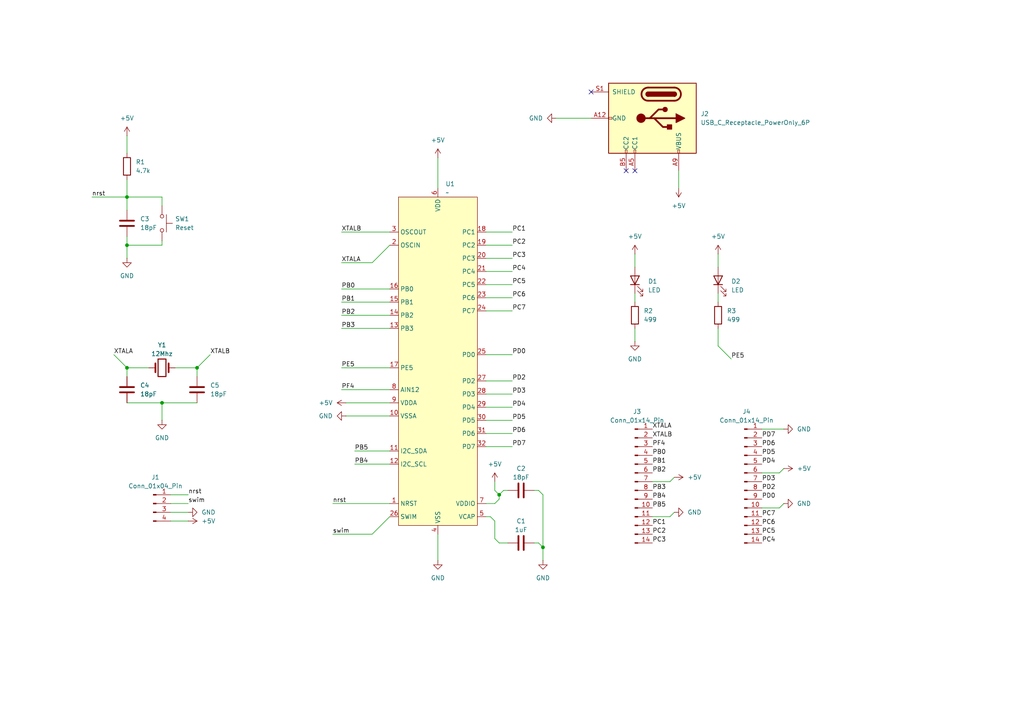
<source format=kicad_sch>
(kicad_sch
	(version 20231120)
	(generator "eeschema")
	(generator_version "8.0")
	(uuid "a140df1b-2151-4277-b370-cb7e6089430c")
	(paper "A4")
	(lib_symbols
		(symbol "Connector:Conn_01x04_Pin"
			(pin_names
				(offset 1.016) hide)
			(exclude_from_sim no)
			(in_bom yes)
			(on_board yes)
			(property "Reference" "J"
				(at 0 5.08 0)
				(effects
					(font
						(size 1.27 1.27)
					)
				)
			)
			(property "Value" "Conn_01x04_Pin"
				(at 0 -7.62 0)
				(effects
					(font
						(size 1.27 1.27)
					)
				)
			)
			(property "Footprint" ""
				(at 0 0 0)
				(effects
					(font
						(size 1.27 1.27)
					)
					(hide yes)
				)
			)
			(property "Datasheet" "~"
				(at 0 0 0)
				(effects
					(font
						(size 1.27 1.27)
					)
					(hide yes)
				)
			)
			(property "Description" "Generic connector, single row, 01x04, script generated"
				(at 0 0 0)
				(effects
					(font
						(size 1.27 1.27)
					)
					(hide yes)
				)
			)
			(property "ki_locked" ""
				(at 0 0 0)
				(effects
					(font
						(size 1.27 1.27)
					)
				)
			)
			(property "ki_keywords" "connector"
				(at 0 0 0)
				(effects
					(font
						(size 1.27 1.27)
					)
					(hide yes)
				)
			)
			(property "ki_fp_filters" "Connector*:*_1x??_*"
				(at 0 0 0)
				(effects
					(font
						(size 1.27 1.27)
					)
					(hide yes)
				)
			)
			(symbol "Conn_01x04_Pin_1_1"
				(polyline
					(pts
						(xy 1.27 -5.08) (xy 0.8636 -5.08)
					)
					(stroke
						(width 0.1524)
						(type default)
					)
					(fill
						(type none)
					)
				)
				(polyline
					(pts
						(xy 1.27 -2.54) (xy 0.8636 -2.54)
					)
					(stroke
						(width 0.1524)
						(type default)
					)
					(fill
						(type none)
					)
				)
				(polyline
					(pts
						(xy 1.27 0) (xy 0.8636 0)
					)
					(stroke
						(width 0.1524)
						(type default)
					)
					(fill
						(type none)
					)
				)
				(polyline
					(pts
						(xy 1.27 2.54) (xy 0.8636 2.54)
					)
					(stroke
						(width 0.1524)
						(type default)
					)
					(fill
						(type none)
					)
				)
				(rectangle
					(start 0.8636 -4.953)
					(end 0 -5.207)
					(stroke
						(width 0.1524)
						(type default)
					)
					(fill
						(type outline)
					)
				)
				(rectangle
					(start 0.8636 -2.413)
					(end 0 -2.667)
					(stroke
						(width 0.1524)
						(type default)
					)
					(fill
						(type outline)
					)
				)
				(rectangle
					(start 0.8636 0.127)
					(end 0 -0.127)
					(stroke
						(width 0.1524)
						(type default)
					)
					(fill
						(type outline)
					)
				)
				(rectangle
					(start 0.8636 2.667)
					(end 0 2.413)
					(stroke
						(width 0.1524)
						(type default)
					)
					(fill
						(type outline)
					)
				)
				(pin passive line
					(at 5.08 2.54 180)
					(length 3.81)
					(name "Pin_1"
						(effects
							(font
								(size 1.27 1.27)
							)
						)
					)
					(number "1"
						(effects
							(font
								(size 1.27 1.27)
							)
						)
					)
				)
				(pin passive line
					(at 5.08 0 180)
					(length 3.81)
					(name "Pin_2"
						(effects
							(font
								(size 1.27 1.27)
							)
						)
					)
					(number "2"
						(effects
							(font
								(size 1.27 1.27)
							)
						)
					)
				)
				(pin passive line
					(at 5.08 -2.54 180)
					(length 3.81)
					(name "Pin_3"
						(effects
							(font
								(size 1.27 1.27)
							)
						)
					)
					(number "3"
						(effects
							(font
								(size 1.27 1.27)
							)
						)
					)
				)
				(pin passive line
					(at 5.08 -5.08 180)
					(length 3.81)
					(name "Pin_4"
						(effects
							(font
								(size 1.27 1.27)
							)
						)
					)
					(number "4"
						(effects
							(font
								(size 1.27 1.27)
							)
						)
					)
				)
			)
		)
		(symbol "Connector:Conn_01x14_Pin"
			(pin_names
				(offset 1.016) hide)
			(exclude_from_sim no)
			(in_bom yes)
			(on_board yes)
			(property "Reference" "J"
				(at 0 17.78 0)
				(effects
					(font
						(size 1.27 1.27)
					)
				)
			)
			(property "Value" "Conn_01x14_Pin"
				(at 0 -20.32 0)
				(effects
					(font
						(size 1.27 1.27)
					)
				)
			)
			(property "Footprint" ""
				(at 0 0 0)
				(effects
					(font
						(size 1.27 1.27)
					)
					(hide yes)
				)
			)
			(property "Datasheet" "~"
				(at 0 0 0)
				(effects
					(font
						(size 1.27 1.27)
					)
					(hide yes)
				)
			)
			(property "Description" "Generic connector, single row, 01x14, script generated"
				(at 0 0 0)
				(effects
					(font
						(size 1.27 1.27)
					)
					(hide yes)
				)
			)
			(property "ki_locked" ""
				(at 0 0 0)
				(effects
					(font
						(size 1.27 1.27)
					)
				)
			)
			(property "ki_keywords" "connector"
				(at 0 0 0)
				(effects
					(font
						(size 1.27 1.27)
					)
					(hide yes)
				)
			)
			(property "ki_fp_filters" "Connector*:*_1x??_*"
				(at 0 0 0)
				(effects
					(font
						(size 1.27 1.27)
					)
					(hide yes)
				)
			)
			(symbol "Conn_01x14_Pin_1_1"
				(polyline
					(pts
						(xy 1.27 -17.78) (xy 0.8636 -17.78)
					)
					(stroke
						(width 0.1524)
						(type default)
					)
					(fill
						(type none)
					)
				)
				(polyline
					(pts
						(xy 1.27 -15.24) (xy 0.8636 -15.24)
					)
					(stroke
						(width 0.1524)
						(type default)
					)
					(fill
						(type none)
					)
				)
				(polyline
					(pts
						(xy 1.27 -12.7) (xy 0.8636 -12.7)
					)
					(stroke
						(width 0.1524)
						(type default)
					)
					(fill
						(type none)
					)
				)
				(polyline
					(pts
						(xy 1.27 -10.16) (xy 0.8636 -10.16)
					)
					(stroke
						(width 0.1524)
						(type default)
					)
					(fill
						(type none)
					)
				)
				(polyline
					(pts
						(xy 1.27 -7.62) (xy 0.8636 -7.62)
					)
					(stroke
						(width 0.1524)
						(type default)
					)
					(fill
						(type none)
					)
				)
				(polyline
					(pts
						(xy 1.27 -5.08) (xy 0.8636 -5.08)
					)
					(stroke
						(width 0.1524)
						(type default)
					)
					(fill
						(type none)
					)
				)
				(polyline
					(pts
						(xy 1.27 -2.54) (xy 0.8636 -2.54)
					)
					(stroke
						(width 0.1524)
						(type default)
					)
					(fill
						(type none)
					)
				)
				(polyline
					(pts
						(xy 1.27 0) (xy 0.8636 0)
					)
					(stroke
						(width 0.1524)
						(type default)
					)
					(fill
						(type none)
					)
				)
				(polyline
					(pts
						(xy 1.27 2.54) (xy 0.8636 2.54)
					)
					(stroke
						(width 0.1524)
						(type default)
					)
					(fill
						(type none)
					)
				)
				(polyline
					(pts
						(xy 1.27 5.08) (xy 0.8636 5.08)
					)
					(stroke
						(width 0.1524)
						(type default)
					)
					(fill
						(type none)
					)
				)
				(polyline
					(pts
						(xy 1.27 7.62) (xy 0.8636 7.62)
					)
					(stroke
						(width 0.1524)
						(type default)
					)
					(fill
						(type none)
					)
				)
				(polyline
					(pts
						(xy 1.27 10.16) (xy 0.8636 10.16)
					)
					(stroke
						(width 0.1524)
						(type default)
					)
					(fill
						(type none)
					)
				)
				(polyline
					(pts
						(xy 1.27 12.7) (xy 0.8636 12.7)
					)
					(stroke
						(width 0.1524)
						(type default)
					)
					(fill
						(type none)
					)
				)
				(polyline
					(pts
						(xy 1.27 15.24) (xy 0.8636 15.24)
					)
					(stroke
						(width 0.1524)
						(type default)
					)
					(fill
						(type none)
					)
				)
				(rectangle
					(start 0.8636 -17.653)
					(end 0 -17.907)
					(stroke
						(width 0.1524)
						(type default)
					)
					(fill
						(type outline)
					)
				)
				(rectangle
					(start 0.8636 -15.113)
					(end 0 -15.367)
					(stroke
						(width 0.1524)
						(type default)
					)
					(fill
						(type outline)
					)
				)
				(rectangle
					(start 0.8636 -12.573)
					(end 0 -12.827)
					(stroke
						(width 0.1524)
						(type default)
					)
					(fill
						(type outline)
					)
				)
				(rectangle
					(start 0.8636 -10.033)
					(end 0 -10.287)
					(stroke
						(width 0.1524)
						(type default)
					)
					(fill
						(type outline)
					)
				)
				(rectangle
					(start 0.8636 -7.493)
					(end 0 -7.747)
					(stroke
						(width 0.1524)
						(type default)
					)
					(fill
						(type outline)
					)
				)
				(rectangle
					(start 0.8636 -4.953)
					(end 0 -5.207)
					(stroke
						(width 0.1524)
						(type default)
					)
					(fill
						(type outline)
					)
				)
				(rectangle
					(start 0.8636 -2.413)
					(end 0 -2.667)
					(stroke
						(width 0.1524)
						(type default)
					)
					(fill
						(type outline)
					)
				)
				(rectangle
					(start 0.8636 0.127)
					(end 0 -0.127)
					(stroke
						(width 0.1524)
						(type default)
					)
					(fill
						(type outline)
					)
				)
				(rectangle
					(start 0.8636 2.667)
					(end 0 2.413)
					(stroke
						(width 0.1524)
						(type default)
					)
					(fill
						(type outline)
					)
				)
				(rectangle
					(start 0.8636 5.207)
					(end 0 4.953)
					(stroke
						(width 0.1524)
						(type default)
					)
					(fill
						(type outline)
					)
				)
				(rectangle
					(start 0.8636 7.747)
					(end 0 7.493)
					(stroke
						(width 0.1524)
						(type default)
					)
					(fill
						(type outline)
					)
				)
				(rectangle
					(start 0.8636 10.287)
					(end 0 10.033)
					(stroke
						(width 0.1524)
						(type default)
					)
					(fill
						(type outline)
					)
				)
				(rectangle
					(start 0.8636 12.827)
					(end 0 12.573)
					(stroke
						(width 0.1524)
						(type default)
					)
					(fill
						(type outline)
					)
				)
				(rectangle
					(start 0.8636 15.367)
					(end 0 15.113)
					(stroke
						(width 0.1524)
						(type default)
					)
					(fill
						(type outline)
					)
				)
				(pin passive line
					(at 5.08 15.24 180)
					(length 3.81)
					(name "Pin_1"
						(effects
							(font
								(size 1.27 1.27)
							)
						)
					)
					(number "1"
						(effects
							(font
								(size 1.27 1.27)
							)
						)
					)
				)
				(pin passive line
					(at 5.08 -7.62 180)
					(length 3.81)
					(name "Pin_10"
						(effects
							(font
								(size 1.27 1.27)
							)
						)
					)
					(number "10"
						(effects
							(font
								(size 1.27 1.27)
							)
						)
					)
				)
				(pin passive line
					(at 5.08 -10.16 180)
					(length 3.81)
					(name "Pin_11"
						(effects
							(font
								(size 1.27 1.27)
							)
						)
					)
					(number "11"
						(effects
							(font
								(size 1.27 1.27)
							)
						)
					)
				)
				(pin passive line
					(at 5.08 -12.7 180)
					(length 3.81)
					(name "Pin_12"
						(effects
							(font
								(size 1.27 1.27)
							)
						)
					)
					(number "12"
						(effects
							(font
								(size 1.27 1.27)
							)
						)
					)
				)
				(pin passive line
					(at 5.08 -15.24 180)
					(length 3.81)
					(name "Pin_13"
						(effects
							(font
								(size 1.27 1.27)
							)
						)
					)
					(number "13"
						(effects
							(font
								(size 1.27 1.27)
							)
						)
					)
				)
				(pin passive line
					(at 5.08 -17.78 180)
					(length 3.81)
					(name "Pin_14"
						(effects
							(font
								(size 1.27 1.27)
							)
						)
					)
					(number "14"
						(effects
							(font
								(size 1.27 1.27)
							)
						)
					)
				)
				(pin passive line
					(at 5.08 12.7 180)
					(length 3.81)
					(name "Pin_2"
						(effects
							(font
								(size 1.27 1.27)
							)
						)
					)
					(number "2"
						(effects
							(font
								(size 1.27 1.27)
							)
						)
					)
				)
				(pin passive line
					(at 5.08 10.16 180)
					(length 3.81)
					(name "Pin_3"
						(effects
							(font
								(size 1.27 1.27)
							)
						)
					)
					(number "3"
						(effects
							(font
								(size 1.27 1.27)
							)
						)
					)
				)
				(pin passive line
					(at 5.08 7.62 180)
					(length 3.81)
					(name "Pin_4"
						(effects
							(font
								(size 1.27 1.27)
							)
						)
					)
					(number "4"
						(effects
							(font
								(size 1.27 1.27)
							)
						)
					)
				)
				(pin passive line
					(at 5.08 5.08 180)
					(length 3.81)
					(name "Pin_5"
						(effects
							(font
								(size 1.27 1.27)
							)
						)
					)
					(number "5"
						(effects
							(font
								(size 1.27 1.27)
							)
						)
					)
				)
				(pin passive line
					(at 5.08 2.54 180)
					(length 3.81)
					(name "Pin_6"
						(effects
							(font
								(size 1.27 1.27)
							)
						)
					)
					(number "6"
						(effects
							(font
								(size 1.27 1.27)
							)
						)
					)
				)
				(pin passive line
					(at 5.08 0 180)
					(length 3.81)
					(name "Pin_7"
						(effects
							(font
								(size 1.27 1.27)
							)
						)
					)
					(number "7"
						(effects
							(font
								(size 1.27 1.27)
							)
						)
					)
				)
				(pin passive line
					(at 5.08 -2.54 180)
					(length 3.81)
					(name "Pin_8"
						(effects
							(font
								(size 1.27 1.27)
							)
						)
					)
					(number "8"
						(effects
							(font
								(size 1.27 1.27)
							)
						)
					)
				)
				(pin passive line
					(at 5.08 -5.08 180)
					(length 3.81)
					(name "Pin_9"
						(effects
							(font
								(size 1.27 1.27)
							)
						)
					)
					(number "9"
						(effects
							(font
								(size 1.27 1.27)
							)
						)
					)
				)
			)
		)
		(symbol "Connector:USB_C_Receptacle_PowerOnly_6P"
			(pin_names
				(offset 1.016)
			)
			(exclude_from_sim no)
			(in_bom yes)
			(on_board yes)
			(property "Reference" "J"
				(at 0 16.51 0)
				(effects
					(font
						(size 1.27 1.27)
					)
					(justify bottom)
				)
			)
			(property "Value" "USB_C_Receptacle_PowerOnly_6P"
				(at 0 13.97 0)
				(effects
					(font
						(size 1.27 1.27)
					)
					(justify bottom)
				)
			)
			(property "Footprint" ""
				(at 3.81 2.54 0)
				(effects
					(font
						(size 1.27 1.27)
					)
					(hide yes)
				)
			)
			(property "Datasheet" "https://www.usb.org/sites/default/files/documents/usb_type-c.zip"
				(at 0 0 0)
				(effects
					(font
						(size 1.27 1.27)
					)
					(hide yes)
				)
			)
			(property "Description" "USB Power-Only 6P Type-C Receptacle connector"
				(at 0 0 0)
				(effects
					(font
						(size 1.27 1.27)
					)
					(hide yes)
				)
			)
			(property "ki_keywords" "usb universal serial bus type-C power-only charging-only 6P 6C"
				(at 0 0 0)
				(effects
					(font
						(size 1.27 1.27)
					)
					(hide yes)
				)
			)
			(property "ki_fp_filters" "USB*C*Receptacle*"
				(at 0 0 0)
				(effects
					(font
						(size 1.27 1.27)
					)
					(hide yes)
				)
			)
			(symbol "USB_C_Receptacle_PowerOnly_6P_0_0"
				(rectangle
					(start -0.254 -12.7)
					(end 0.254 -11.684)
					(stroke
						(width 0)
						(type default)
					)
					(fill
						(type none)
					)
				)
				(rectangle
					(start 10.16 -7.366)
					(end 9.144 -7.874)
					(stroke
						(width 0)
						(type default)
					)
					(fill
						(type none)
					)
				)
				(rectangle
					(start 10.16 -4.826)
					(end 9.144 -5.334)
					(stroke
						(width 0)
						(type default)
					)
					(fill
						(type none)
					)
				)
				(rectangle
					(start 10.16 7.874)
					(end 9.144 7.366)
					(stroke
						(width 0)
						(type default)
					)
					(fill
						(type none)
					)
				)
			)
			(symbol "USB_C_Receptacle_PowerOnly_6P_0_1"
				(rectangle
					(start -10.16 12.7)
					(end 10.16 -12.7)
					(stroke
						(width 0.254)
						(type default)
					)
					(fill
						(type background)
					)
				)
				(arc
					(start -8.89 -1.27)
					(mid -6.985 -3.1667)
					(end -5.08 -1.27)
					(stroke
						(width 0.508)
						(type default)
					)
					(fill
						(type none)
					)
				)
				(arc
					(start -7.62 -1.27)
					(mid -6.985 -1.9023)
					(end -6.35 -1.27)
					(stroke
						(width 0.254)
						(type default)
					)
					(fill
						(type none)
					)
				)
				(arc
					(start -7.62 -1.27)
					(mid -6.985 -1.9023)
					(end -6.35 -1.27)
					(stroke
						(width 0.254)
						(type default)
					)
					(fill
						(type outline)
					)
				)
				(rectangle
					(start -7.62 -1.27)
					(end -6.35 6.35)
					(stroke
						(width 0.254)
						(type default)
					)
					(fill
						(type outline)
					)
				)
				(arc
					(start -6.35 6.35)
					(mid -6.985 6.9823)
					(end -7.62 6.35)
					(stroke
						(width 0.254)
						(type default)
					)
					(fill
						(type none)
					)
				)
				(arc
					(start -6.35 6.35)
					(mid -6.985 6.9823)
					(end -7.62 6.35)
					(stroke
						(width 0.254)
						(type default)
					)
					(fill
						(type outline)
					)
				)
				(arc
					(start -5.08 6.35)
					(mid -6.985 8.2467)
					(end -8.89 6.35)
					(stroke
						(width 0.508)
						(type default)
					)
					(fill
						(type none)
					)
				)
				(circle
					(center -2.54 3.683)
					(radius 0.635)
					(stroke
						(width 0.254)
						(type default)
					)
					(fill
						(type outline)
					)
				)
				(circle
					(center 0 -3.302)
					(radius 1.27)
					(stroke
						(width 0)
						(type default)
					)
					(fill
						(type outline)
					)
				)
				(polyline
					(pts
						(xy -8.89 -1.27) (xy -8.89 6.35)
					)
					(stroke
						(width 0.508)
						(type default)
					)
					(fill
						(type none)
					)
				)
				(polyline
					(pts
						(xy -5.08 6.35) (xy -5.08 -1.27)
					)
					(stroke
						(width 0.508)
						(type default)
					)
					(fill
						(type none)
					)
				)
				(polyline
					(pts
						(xy 0 -3.302) (xy 0 6.858)
					)
					(stroke
						(width 0.508)
						(type default)
					)
					(fill
						(type none)
					)
				)
				(polyline
					(pts
						(xy 0 -0.762) (xy -2.54 1.778) (xy -2.54 3.048)
					)
					(stroke
						(width 0.508)
						(type default)
					)
					(fill
						(type none)
					)
				)
				(polyline
					(pts
						(xy 0 0.508) (xy 2.54 3.048) (xy 2.54 4.318)
					)
					(stroke
						(width 0.508)
						(type default)
					)
					(fill
						(type none)
					)
				)
				(polyline
					(pts
						(xy -1.27 6.858) (xy 0 9.398) (xy 1.27 6.858) (xy -1.27 6.858)
					)
					(stroke
						(width 0.254)
						(type default)
					)
					(fill
						(type outline)
					)
				)
				(rectangle
					(start 1.905 4.318)
					(end 3.175 5.588)
					(stroke
						(width 0.254)
						(type default)
					)
					(fill
						(type outline)
					)
				)
			)
			(symbol "USB_C_Receptacle_PowerOnly_6P_1_1"
				(pin passive line
					(at 0 -17.78 90)
					(length 5.08)
					(name "GND"
						(effects
							(font
								(size 1.27 1.27)
							)
						)
					)
					(number "A12"
						(effects
							(font
								(size 1.27 1.27)
							)
						)
					)
				)
				(pin bidirectional line
					(at 15.24 -5.08 180)
					(length 5.08)
					(name "CC1"
						(effects
							(font
								(size 1.27 1.27)
							)
						)
					)
					(number "A5"
						(effects
							(font
								(size 1.27 1.27)
							)
						)
					)
				)
				(pin passive line
					(at 15.24 7.62 180)
					(length 5.08)
					(name "VBUS"
						(effects
							(font
								(size 1.27 1.27)
							)
						)
					)
					(number "A9"
						(effects
							(font
								(size 1.27 1.27)
							)
						)
					)
				)
				(pin passive line
					(at 0 -17.78 90)
					(length 5.08) hide
					(name "GND"
						(effects
							(font
								(size 1.27 1.27)
							)
						)
					)
					(number "B12"
						(effects
							(font
								(size 1.27 1.27)
							)
						)
					)
				)
				(pin bidirectional line
					(at 15.24 -7.62 180)
					(length 5.08)
					(name "CC2"
						(effects
							(font
								(size 1.27 1.27)
							)
						)
					)
					(number "B5"
						(effects
							(font
								(size 1.27 1.27)
							)
						)
					)
				)
				(pin passive line
					(at 15.24 7.62 180)
					(length 5.08) hide
					(name "VBUS"
						(effects
							(font
								(size 1.27 1.27)
							)
						)
					)
					(number "B9"
						(effects
							(font
								(size 1.27 1.27)
							)
						)
					)
				)
				(pin passive line
					(at -7.62 -17.78 90)
					(length 5.08)
					(name "SHIELD"
						(effects
							(font
								(size 1.27 1.27)
							)
						)
					)
					(number "S1"
						(effects
							(font
								(size 1.27 1.27)
							)
						)
					)
				)
			)
		)
		(symbol "Device:C"
			(pin_numbers hide)
			(pin_names
				(offset 0.254)
			)
			(exclude_from_sim no)
			(in_bom yes)
			(on_board yes)
			(property "Reference" "C"
				(at 0.635 2.54 0)
				(effects
					(font
						(size 1.27 1.27)
					)
					(justify left)
				)
			)
			(property "Value" "C"
				(at 0.635 -2.54 0)
				(effects
					(font
						(size 1.27 1.27)
					)
					(justify left)
				)
			)
			(property "Footprint" ""
				(at 0.9652 -3.81 0)
				(effects
					(font
						(size 1.27 1.27)
					)
					(hide yes)
				)
			)
			(property "Datasheet" "~"
				(at 0 0 0)
				(effects
					(font
						(size 1.27 1.27)
					)
					(hide yes)
				)
			)
			(property "Description" "Unpolarized capacitor"
				(at 0 0 0)
				(effects
					(font
						(size 1.27 1.27)
					)
					(hide yes)
				)
			)
			(property "ki_keywords" "cap capacitor"
				(at 0 0 0)
				(effects
					(font
						(size 1.27 1.27)
					)
					(hide yes)
				)
			)
			(property "ki_fp_filters" "C_*"
				(at 0 0 0)
				(effects
					(font
						(size 1.27 1.27)
					)
					(hide yes)
				)
			)
			(symbol "C_0_1"
				(polyline
					(pts
						(xy -2.032 -0.762) (xy 2.032 -0.762)
					)
					(stroke
						(width 0.508)
						(type default)
					)
					(fill
						(type none)
					)
				)
				(polyline
					(pts
						(xy -2.032 0.762) (xy 2.032 0.762)
					)
					(stroke
						(width 0.508)
						(type default)
					)
					(fill
						(type none)
					)
				)
			)
			(symbol "C_1_1"
				(pin passive line
					(at 0 3.81 270)
					(length 2.794)
					(name "~"
						(effects
							(font
								(size 1.27 1.27)
							)
						)
					)
					(number "1"
						(effects
							(font
								(size 1.27 1.27)
							)
						)
					)
				)
				(pin passive line
					(at 0 -3.81 90)
					(length 2.794)
					(name "~"
						(effects
							(font
								(size 1.27 1.27)
							)
						)
					)
					(number "2"
						(effects
							(font
								(size 1.27 1.27)
							)
						)
					)
				)
			)
		)
		(symbol "Device:Crystal"
			(pin_numbers hide)
			(pin_names
				(offset 1.016) hide)
			(exclude_from_sim no)
			(in_bom yes)
			(on_board yes)
			(property "Reference" "Y"
				(at 0 3.81 0)
				(effects
					(font
						(size 1.27 1.27)
					)
				)
			)
			(property "Value" "Crystal"
				(at 0 -3.81 0)
				(effects
					(font
						(size 1.27 1.27)
					)
				)
			)
			(property "Footprint" ""
				(at 0 0 0)
				(effects
					(font
						(size 1.27 1.27)
					)
					(hide yes)
				)
			)
			(property "Datasheet" "~"
				(at 0 0 0)
				(effects
					(font
						(size 1.27 1.27)
					)
					(hide yes)
				)
			)
			(property "Description" "Two pin crystal"
				(at 0 0 0)
				(effects
					(font
						(size 1.27 1.27)
					)
					(hide yes)
				)
			)
			(property "ki_keywords" "quartz ceramic resonator oscillator"
				(at 0 0 0)
				(effects
					(font
						(size 1.27 1.27)
					)
					(hide yes)
				)
			)
			(property "ki_fp_filters" "Crystal*"
				(at 0 0 0)
				(effects
					(font
						(size 1.27 1.27)
					)
					(hide yes)
				)
			)
			(symbol "Crystal_0_1"
				(rectangle
					(start -1.143 2.54)
					(end 1.143 -2.54)
					(stroke
						(width 0.3048)
						(type default)
					)
					(fill
						(type none)
					)
				)
				(polyline
					(pts
						(xy -2.54 0) (xy -1.905 0)
					)
					(stroke
						(width 0)
						(type default)
					)
					(fill
						(type none)
					)
				)
				(polyline
					(pts
						(xy -1.905 -1.27) (xy -1.905 1.27)
					)
					(stroke
						(width 0.508)
						(type default)
					)
					(fill
						(type none)
					)
				)
				(polyline
					(pts
						(xy 1.905 -1.27) (xy 1.905 1.27)
					)
					(stroke
						(width 0.508)
						(type default)
					)
					(fill
						(type none)
					)
				)
				(polyline
					(pts
						(xy 2.54 0) (xy 1.905 0)
					)
					(stroke
						(width 0)
						(type default)
					)
					(fill
						(type none)
					)
				)
			)
			(symbol "Crystal_1_1"
				(pin passive line
					(at -3.81 0 0)
					(length 1.27)
					(name "1"
						(effects
							(font
								(size 1.27 1.27)
							)
						)
					)
					(number "1"
						(effects
							(font
								(size 1.27 1.27)
							)
						)
					)
				)
				(pin passive line
					(at 3.81 0 180)
					(length 1.27)
					(name "2"
						(effects
							(font
								(size 1.27 1.27)
							)
						)
					)
					(number "2"
						(effects
							(font
								(size 1.27 1.27)
							)
						)
					)
				)
			)
		)
		(symbol "Device:LED"
			(pin_numbers hide)
			(pin_names
				(offset 1.016) hide)
			(exclude_from_sim no)
			(in_bom yes)
			(on_board yes)
			(property "Reference" "D"
				(at 0 2.54 0)
				(effects
					(font
						(size 1.27 1.27)
					)
				)
			)
			(property "Value" "LED"
				(at 0 -2.54 0)
				(effects
					(font
						(size 1.27 1.27)
					)
				)
			)
			(property "Footprint" ""
				(at 0 0 0)
				(effects
					(font
						(size 1.27 1.27)
					)
					(hide yes)
				)
			)
			(property "Datasheet" "~"
				(at 0 0 0)
				(effects
					(font
						(size 1.27 1.27)
					)
					(hide yes)
				)
			)
			(property "Description" "Light emitting diode"
				(at 0 0 0)
				(effects
					(font
						(size 1.27 1.27)
					)
					(hide yes)
				)
			)
			(property "ki_keywords" "LED diode"
				(at 0 0 0)
				(effects
					(font
						(size 1.27 1.27)
					)
					(hide yes)
				)
			)
			(property "ki_fp_filters" "LED* LED_SMD:* LED_THT:*"
				(at 0 0 0)
				(effects
					(font
						(size 1.27 1.27)
					)
					(hide yes)
				)
			)
			(symbol "LED_0_1"
				(polyline
					(pts
						(xy -1.27 -1.27) (xy -1.27 1.27)
					)
					(stroke
						(width 0.254)
						(type default)
					)
					(fill
						(type none)
					)
				)
				(polyline
					(pts
						(xy -1.27 0) (xy 1.27 0)
					)
					(stroke
						(width 0)
						(type default)
					)
					(fill
						(type none)
					)
				)
				(polyline
					(pts
						(xy 1.27 -1.27) (xy 1.27 1.27) (xy -1.27 0) (xy 1.27 -1.27)
					)
					(stroke
						(width 0.254)
						(type default)
					)
					(fill
						(type none)
					)
				)
				(polyline
					(pts
						(xy -3.048 -0.762) (xy -4.572 -2.286) (xy -3.81 -2.286) (xy -4.572 -2.286) (xy -4.572 -1.524)
					)
					(stroke
						(width 0)
						(type default)
					)
					(fill
						(type none)
					)
				)
				(polyline
					(pts
						(xy -1.778 -0.762) (xy -3.302 -2.286) (xy -2.54 -2.286) (xy -3.302 -2.286) (xy -3.302 -1.524)
					)
					(stroke
						(width 0)
						(type default)
					)
					(fill
						(type none)
					)
				)
			)
			(symbol "LED_1_1"
				(pin passive line
					(at -3.81 0 0)
					(length 2.54)
					(name "K"
						(effects
							(font
								(size 1.27 1.27)
							)
						)
					)
					(number "1"
						(effects
							(font
								(size 1.27 1.27)
							)
						)
					)
				)
				(pin passive line
					(at 3.81 0 180)
					(length 2.54)
					(name "A"
						(effects
							(font
								(size 1.27 1.27)
							)
						)
					)
					(number "2"
						(effects
							(font
								(size 1.27 1.27)
							)
						)
					)
				)
			)
		)
		(symbol "Device:R"
			(pin_numbers hide)
			(pin_names
				(offset 0)
			)
			(exclude_from_sim no)
			(in_bom yes)
			(on_board yes)
			(property "Reference" "R"
				(at 2.032 0 90)
				(effects
					(font
						(size 1.27 1.27)
					)
				)
			)
			(property "Value" "R"
				(at 0 0 90)
				(effects
					(font
						(size 1.27 1.27)
					)
				)
			)
			(property "Footprint" ""
				(at -1.778 0 90)
				(effects
					(font
						(size 1.27 1.27)
					)
					(hide yes)
				)
			)
			(property "Datasheet" "~"
				(at 0 0 0)
				(effects
					(font
						(size 1.27 1.27)
					)
					(hide yes)
				)
			)
			(property "Description" "Resistor"
				(at 0 0 0)
				(effects
					(font
						(size 1.27 1.27)
					)
					(hide yes)
				)
			)
			(property "ki_keywords" "R res resistor"
				(at 0 0 0)
				(effects
					(font
						(size 1.27 1.27)
					)
					(hide yes)
				)
			)
			(property "ki_fp_filters" "R_*"
				(at 0 0 0)
				(effects
					(font
						(size 1.27 1.27)
					)
					(hide yes)
				)
			)
			(symbol "R_0_1"
				(rectangle
					(start -1.016 -2.54)
					(end 1.016 2.54)
					(stroke
						(width 0.254)
						(type default)
					)
					(fill
						(type none)
					)
				)
			)
			(symbol "R_1_1"
				(pin passive line
					(at 0 3.81 270)
					(length 1.27)
					(name "~"
						(effects
							(font
								(size 1.27 1.27)
							)
						)
					)
					(number "1"
						(effects
							(font
								(size 1.27 1.27)
							)
						)
					)
				)
				(pin passive line
					(at 0 -3.81 90)
					(length 1.27)
					(name "~"
						(effects
							(font
								(size 1.27 1.27)
							)
						)
					)
					(number "2"
						(effects
							(font
								(size 1.27 1.27)
							)
						)
					)
				)
			)
		)
		(symbol "Microcontrollers:STM8S005K6T6C"
			(exclude_from_sim no)
			(in_bom yes)
			(on_board yes)
			(property "Reference" "U"
				(at 0 0 0)
				(effects
					(font
						(size 1.27 1.27)
					)
				)
			)
			(property "Value" ""
				(at 0 -11.43 0)
				(effects
					(font
						(size 1.27 1.27)
					)
				)
			)
			(property "Footprint" ""
				(at 0 -11.43 0)
				(effects
					(font
						(size 1.27 1.27)
					)
					(hide yes)
				)
			)
			(property "Datasheet" ""
				(at 0 -11.43 0)
				(effects
					(font
						(size 1.27 1.27)
					)
					(hide yes)
				)
			)
			(property "Description" ""
				(at 0 -11.43 0)
				(effects
					(font
						(size 1.27 1.27)
					)
					(hide yes)
				)
			)
			(symbol "STM8S005K6T6C_1_1"
				(rectangle
					(start -13.97 29.21)
					(end 8.89 -66.04)
					(stroke
						(width 0)
						(type default)
					)
					(fill
						(type background)
					)
				)
				(pin bidirectional line
					(at -16.51 -59.69 0)
					(length 2.54)
					(name "NRST"
						(effects
							(font
								(size 1.27 1.27)
							)
						)
					)
					(number "1"
						(effects
							(font
								(size 1.27 1.27)
							)
						)
					)
				)
				(pin output line
					(at -16.51 -34.29 0)
					(length 2.54)
					(name "VSSA"
						(effects
							(font
								(size 1.27 1.27)
							)
						)
					)
					(number "10"
						(effects
							(font
								(size 1.27 1.27)
							)
						)
					)
				)
				(pin bidirectional line
					(at -16.51 -44.45 0)
					(length 2.54)
					(name "I2C_SDA"
						(effects
							(font
								(size 1.27 1.27)
							)
						)
					)
					(number "11"
						(effects
							(font
								(size 1.27 1.27)
							)
						)
					)
				)
				(pin bidirectional line
					(at -16.51 -48.26 0)
					(length 2.54)
					(name "I2C_SCL"
						(effects
							(font
								(size 1.27 1.27)
							)
						)
					)
					(number "12"
						(effects
							(font
								(size 1.27 1.27)
							)
						)
					)
				)
				(pin bidirectional line
					(at -16.51 -8.89 0)
					(length 2.54)
					(name "PB3"
						(effects
							(font
								(size 1.27 1.27)
							)
						)
					)
					(number "13"
						(effects
							(font
								(size 1.27 1.27)
							)
						)
					)
				)
				(pin bidirectional line
					(at -16.51 -5.08 0)
					(length 2.54)
					(name "PB2"
						(effects
							(font
								(size 1.27 1.27)
							)
						)
					)
					(number "14"
						(effects
							(font
								(size 1.27 1.27)
							)
						)
					)
				)
				(pin bidirectional line
					(at -16.51 -1.27 0)
					(length 2.54)
					(name "PB1"
						(effects
							(font
								(size 1.27 1.27)
							)
						)
					)
					(number "15"
						(effects
							(font
								(size 1.27 1.27)
							)
						)
					)
				)
				(pin bidirectional line
					(at -16.51 2.54 0)
					(length 2.54)
					(name "PB0"
						(effects
							(font
								(size 1.27 1.27)
							)
						)
					)
					(number "16"
						(effects
							(font
								(size 1.27 1.27)
							)
						)
					)
				)
				(pin bidirectional line
					(at -16.51 -20.32 0)
					(length 2.54)
					(name "PE5"
						(effects
							(font
								(size 1.27 1.27)
							)
						)
					)
					(number "17"
						(effects
							(font
								(size 1.27 1.27)
							)
						)
					)
				)
				(pin bidirectional line
					(at 11.43 19.05 180)
					(length 2.54)
					(name "PC1"
						(effects
							(font
								(size 1.27 1.27)
							)
						)
					)
					(number "18"
						(effects
							(font
								(size 1.27 1.27)
							)
						)
					)
				)
				(pin bidirectional line
					(at 11.43 15.24 180)
					(length 2.54)
					(name "PC2"
						(effects
							(font
								(size 1.27 1.27)
							)
						)
					)
					(number "19"
						(effects
							(font
								(size 1.27 1.27)
							)
						)
					)
				)
				(pin input line
					(at -16.51 15.24 0)
					(length 2.54)
					(name "OSCIN"
						(effects
							(font
								(size 1.27 1.27)
							)
						)
					)
					(number "2"
						(effects
							(font
								(size 1.27 1.27)
							)
						)
					)
				)
				(pin bidirectional line
					(at 11.43 11.43 180)
					(length 2.54)
					(name "PC3"
						(effects
							(font
								(size 1.27 1.27)
							)
						)
					)
					(number "20"
						(effects
							(font
								(size 1.27 1.27)
							)
						)
					)
				)
				(pin bidirectional line
					(at 11.43 7.62 180)
					(length 2.54)
					(name "PC4"
						(effects
							(font
								(size 1.27 1.27)
							)
						)
					)
					(number "21"
						(effects
							(font
								(size 1.27 1.27)
							)
						)
					)
				)
				(pin bidirectional line
					(at 11.43 3.81 180)
					(length 2.54)
					(name "PC5"
						(effects
							(font
								(size 1.27 1.27)
							)
						)
					)
					(number "22"
						(effects
							(font
								(size 1.27 1.27)
							)
						)
					)
				)
				(pin bidirectional line
					(at 11.43 0 180)
					(length 2.54)
					(name "PC6"
						(effects
							(font
								(size 1.27 1.27)
							)
						)
					)
					(number "23"
						(effects
							(font
								(size 1.27 1.27)
							)
						)
					)
				)
				(pin bidirectional line
					(at 11.43 -3.81 180)
					(length 2.54)
					(name "PC7"
						(effects
							(font
								(size 1.27 1.27)
							)
						)
					)
					(number "24"
						(effects
							(font
								(size 1.27 1.27)
							)
						)
					)
				)
				(pin bidirectional line
					(at 11.43 -16.51 180)
					(length 2.54)
					(name "PD0"
						(effects
							(font
								(size 1.27 1.27)
							)
						)
					)
					(number "25"
						(effects
							(font
								(size 1.27 1.27)
							)
						)
					)
				)
				(pin bidirectional line
					(at -16.51 -63.5 0)
					(length 2.54)
					(name "SWIM"
						(effects
							(font
								(size 1.27 1.27)
							)
						)
					)
					(number "26"
						(effects
							(font
								(size 1.27 1.27)
							)
						)
					)
				)
				(pin bidirectional line
					(at 11.43 -24.13 180)
					(length 2.54)
					(name "PD2"
						(effects
							(font
								(size 1.27 1.27)
							)
						)
					)
					(number "27"
						(effects
							(font
								(size 1.27 1.27)
							)
						)
					)
				)
				(pin bidirectional line
					(at 11.43 -27.94 180)
					(length 2.54)
					(name "PD3"
						(effects
							(font
								(size 1.27 1.27)
							)
						)
					)
					(number "28"
						(effects
							(font
								(size 1.27 1.27)
							)
						)
					)
				)
				(pin bidirectional line
					(at 11.43 -31.75 180)
					(length 2.54)
					(name "PD4"
						(effects
							(font
								(size 1.27 1.27)
							)
						)
					)
					(number "29"
						(effects
							(font
								(size 1.27 1.27)
							)
						)
					)
				)
				(pin output line
					(at -16.51 19.05 0)
					(length 2.54)
					(name "OSCOUT"
						(effects
							(font
								(size 1.27 1.27)
							)
						)
					)
					(number "3"
						(effects
							(font
								(size 1.27 1.27)
							)
						)
					)
				)
				(pin bidirectional line
					(at 11.43 -35.56 180)
					(length 2.54)
					(name "PD5"
						(effects
							(font
								(size 1.27 1.27)
							)
						)
					)
					(number "30"
						(effects
							(font
								(size 1.27 1.27)
							)
						)
					)
				)
				(pin bidirectional line
					(at 11.43 -39.37 180)
					(length 2.54)
					(name "PD6"
						(effects
							(font
								(size 1.27 1.27)
							)
						)
					)
					(number "31"
						(effects
							(font
								(size 1.27 1.27)
							)
						)
					)
				)
				(pin bidirectional line
					(at 11.43 -43.18 180)
					(length 2.54)
					(name "PD7"
						(effects
							(font
								(size 1.27 1.27)
							)
						)
					)
					(number "32"
						(effects
							(font
								(size 1.27 1.27)
							)
						)
					)
				)
				(pin output line
					(at -2.54 -68.58 90)
					(length 2.54)
					(name "VSS"
						(effects
							(font
								(size 1.27 1.27)
							)
						)
					)
					(number "4"
						(effects
							(font
								(size 1.27 1.27)
							)
						)
					)
				)
				(pin bidirectional line
					(at 11.43 -63.5 180)
					(length 2.54)
					(name "VCAP"
						(effects
							(font
								(size 1.27 1.27)
							)
						)
					)
					(number "5"
						(effects
							(font
								(size 1.27 1.27)
							)
						)
					)
				)
				(pin input line
					(at -2.54 31.75 270)
					(length 2.54)
					(name "VDD"
						(effects
							(font
								(size 1.27 1.27)
							)
						)
					)
					(number "6"
						(effects
							(font
								(size 1.27 1.27)
							)
						)
					)
				)
				(pin bidirectional line
					(at 11.43 -59.69 180)
					(length 2.54)
					(name "VDDIO"
						(effects
							(font
								(size 1.27 1.27)
							)
						)
					)
					(number "7"
						(effects
							(font
								(size 1.27 1.27)
							)
						)
					)
				)
				(pin input line
					(at -16.51 -26.67 0)
					(length 2.54)
					(name "AIN12"
						(effects
							(font
								(size 1.27 1.27)
							)
						)
					)
					(number "8"
						(effects
							(font
								(size 1.27 1.27)
							)
						)
					)
				)
				(pin input line
					(at -16.51 -30.48 0)
					(length 2.54)
					(name "VDDA"
						(effects
							(font
								(size 1.27 1.27)
							)
						)
					)
					(number "9"
						(effects
							(font
								(size 1.27 1.27)
							)
						)
					)
				)
			)
		)
		(symbol "Switch:SW_Push"
			(pin_numbers hide)
			(pin_names
				(offset 1.016) hide)
			(exclude_from_sim no)
			(in_bom yes)
			(on_board yes)
			(property "Reference" "SW"
				(at 1.27 2.54 0)
				(effects
					(font
						(size 1.27 1.27)
					)
					(justify left)
				)
			)
			(property "Value" "SW_Push"
				(at 0 -1.524 0)
				(effects
					(font
						(size 1.27 1.27)
					)
				)
			)
			(property "Footprint" ""
				(at 0 5.08 0)
				(effects
					(font
						(size 1.27 1.27)
					)
					(hide yes)
				)
			)
			(property "Datasheet" "~"
				(at 0 5.08 0)
				(effects
					(font
						(size 1.27 1.27)
					)
					(hide yes)
				)
			)
			(property "Description" "Push button switch, generic, two pins"
				(at 0 0 0)
				(effects
					(font
						(size 1.27 1.27)
					)
					(hide yes)
				)
			)
			(property "ki_keywords" "switch normally-open pushbutton push-button"
				(at 0 0 0)
				(effects
					(font
						(size 1.27 1.27)
					)
					(hide yes)
				)
			)
			(symbol "SW_Push_0_1"
				(circle
					(center -2.032 0)
					(radius 0.508)
					(stroke
						(width 0)
						(type default)
					)
					(fill
						(type none)
					)
				)
				(polyline
					(pts
						(xy 0 1.27) (xy 0 3.048)
					)
					(stroke
						(width 0)
						(type default)
					)
					(fill
						(type none)
					)
				)
				(polyline
					(pts
						(xy 2.54 1.27) (xy -2.54 1.27)
					)
					(stroke
						(width 0)
						(type default)
					)
					(fill
						(type none)
					)
				)
				(circle
					(center 2.032 0)
					(radius 0.508)
					(stroke
						(width 0)
						(type default)
					)
					(fill
						(type none)
					)
				)
				(pin passive line
					(at -5.08 0 0)
					(length 2.54)
					(name "1"
						(effects
							(font
								(size 1.27 1.27)
							)
						)
					)
					(number "1"
						(effects
							(font
								(size 1.27 1.27)
							)
						)
					)
				)
				(pin passive line
					(at 5.08 0 180)
					(length 2.54)
					(name "2"
						(effects
							(font
								(size 1.27 1.27)
							)
						)
					)
					(number "2"
						(effects
							(font
								(size 1.27 1.27)
							)
						)
					)
				)
			)
		)
		(symbol "power:+5V"
			(power)
			(pin_numbers hide)
			(pin_names
				(offset 0) hide)
			(exclude_from_sim no)
			(in_bom yes)
			(on_board yes)
			(property "Reference" "#PWR"
				(at 0 -3.81 0)
				(effects
					(font
						(size 1.27 1.27)
					)
					(hide yes)
				)
			)
			(property "Value" "+5V"
				(at 0 3.556 0)
				(effects
					(font
						(size 1.27 1.27)
					)
				)
			)
			(property "Footprint" ""
				(at 0 0 0)
				(effects
					(font
						(size 1.27 1.27)
					)
					(hide yes)
				)
			)
			(property "Datasheet" ""
				(at 0 0 0)
				(effects
					(font
						(size 1.27 1.27)
					)
					(hide yes)
				)
			)
			(property "Description" "Power symbol creates a global label with name \"+5V\""
				(at 0 0 0)
				(effects
					(font
						(size 1.27 1.27)
					)
					(hide yes)
				)
			)
			(property "ki_keywords" "global power"
				(at 0 0 0)
				(effects
					(font
						(size 1.27 1.27)
					)
					(hide yes)
				)
			)
			(symbol "+5V_0_1"
				(polyline
					(pts
						(xy -0.762 1.27) (xy 0 2.54)
					)
					(stroke
						(width 0)
						(type default)
					)
					(fill
						(type none)
					)
				)
				(polyline
					(pts
						(xy 0 0) (xy 0 2.54)
					)
					(stroke
						(width 0)
						(type default)
					)
					(fill
						(type none)
					)
				)
				(polyline
					(pts
						(xy 0 2.54) (xy 0.762 1.27)
					)
					(stroke
						(width 0)
						(type default)
					)
					(fill
						(type none)
					)
				)
			)
			(symbol "+5V_1_1"
				(pin power_in line
					(at 0 0 90)
					(length 0)
					(name "~"
						(effects
							(font
								(size 1.27 1.27)
							)
						)
					)
					(number "1"
						(effects
							(font
								(size 1.27 1.27)
							)
						)
					)
				)
			)
		)
		(symbol "power:GND"
			(power)
			(pin_numbers hide)
			(pin_names
				(offset 0) hide)
			(exclude_from_sim no)
			(in_bom yes)
			(on_board yes)
			(property "Reference" "#PWR"
				(at 0 -6.35 0)
				(effects
					(font
						(size 1.27 1.27)
					)
					(hide yes)
				)
			)
			(property "Value" "GND"
				(at 0 -3.81 0)
				(effects
					(font
						(size 1.27 1.27)
					)
				)
			)
			(property "Footprint" ""
				(at 0 0 0)
				(effects
					(font
						(size 1.27 1.27)
					)
					(hide yes)
				)
			)
			(property "Datasheet" ""
				(at 0 0 0)
				(effects
					(font
						(size 1.27 1.27)
					)
					(hide yes)
				)
			)
			(property "Description" "Power symbol creates a global label with name \"GND\" , ground"
				(at 0 0 0)
				(effects
					(font
						(size 1.27 1.27)
					)
					(hide yes)
				)
			)
			(property "ki_keywords" "global power"
				(at 0 0 0)
				(effects
					(font
						(size 1.27 1.27)
					)
					(hide yes)
				)
			)
			(symbol "GND_0_1"
				(polyline
					(pts
						(xy 0 0) (xy 0 -1.27) (xy 1.27 -1.27) (xy 0 -2.54) (xy -1.27 -1.27) (xy 0 -1.27)
					)
					(stroke
						(width 0)
						(type default)
					)
					(fill
						(type none)
					)
				)
			)
			(symbol "GND_1_1"
				(pin power_in line
					(at 0 0 270)
					(length 0)
					(name "~"
						(effects
							(font
								(size 1.27 1.27)
							)
						)
					)
					(number "1"
						(effects
							(font
								(size 1.27 1.27)
							)
						)
					)
				)
			)
		)
	)
	(junction
		(at 144.78 143.51)
		(diameter 0)
		(color 0 0 0 0)
		(uuid "24d9ba2f-9e60-46ad-9b49-54689cfd9b74")
	)
	(junction
		(at 36.83 71.12)
		(diameter 0)
		(color 0 0 0 0)
		(uuid "314ce638-015c-401d-9962-861fc647d34b")
	)
	(junction
		(at 36.83 106.68)
		(diameter 0)
		(color 0 0 0 0)
		(uuid "35b6270a-4e40-405d-a8ca-aed97f590f9f")
	)
	(junction
		(at 46.99 116.84)
		(diameter 0)
		(color 0 0 0 0)
		(uuid "3639ea05-0175-48d2-a30c-5b7fda95f9c0")
	)
	(junction
		(at 36.83 57.15)
		(diameter 0)
		(color 0 0 0 0)
		(uuid "46ffd978-6f9f-49a7-9fda-fc578e35671d")
	)
	(junction
		(at 57.15 106.68)
		(diameter 0)
		(color 0 0 0 0)
		(uuid "d4589b1a-16f5-4977-8e1d-26f883416519")
	)
	(junction
		(at 157.48 158.75)
		(diameter 0)
		(color 0 0 0 0)
		(uuid "e509a39b-260b-404b-8084-85abf78d4215")
	)
	(no_connect
		(at 181.61 49.53)
		(uuid "069cedee-c7d3-4fd0-9583-677f8762bfa6")
	)
	(no_connect
		(at 171.45 26.67)
		(uuid "e75d326b-1aff-4b26-a924-000322accc3c")
	)
	(no_connect
		(at 184.15 49.53)
		(uuid "fefa2ad9-85dc-4141-bcc4-54efce01c880")
	)
	(wire
		(pts
			(xy 99.06 67.31) (xy 113.03 67.31)
		)
		(stroke
			(width 0)
			(type default)
		)
		(uuid "00a7b0d1-e771-4df0-96dd-242a4fa10777")
	)
	(wire
		(pts
			(xy 156.21 157.48) (xy 157.48 158.75)
		)
		(stroke
			(width 0)
			(type default)
		)
		(uuid "01995d28-11a1-40fa-b127-cba6af58a33d")
	)
	(wire
		(pts
			(xy 140.97 74.93) (xy 148.59 74.93)
		)
		(stroke
			(width 0)
			(type default)
		)
		(uuid "021be8ef-c93a-46b4-a57e-82d21e1a1a80")
	)
	(wire
		(pts
			(xy 99.06 95.25) (xy 113.03 95.25)
		)
		(stroke
			(width 0)
			(type default)
		)
		(uuid "052fd8d3-c4d6-4c22-ae8f-16f1f95ab1be")
	)
	(wire
		(pts
			(xy 226.06 137.16) (xy 227.33 135.89)
		)
		(stroke
			(width 0)
			(type default)
		)
		(uuid "08f0177a-93c9-42ef-baee-5323a230879d")
	)
	(wire
		(pts
			(xy 140.97 90.17) (xy 148.59 90.17)
		)
		(stroke
			(width 0)
			(type default)
		)
		(uuid "09225e22-4bfb-4fc6-8a5b-1a833835f4bf")
	)
	(wire
		(pts
			(xy 49.53 148.59) (xy 54.61 148.59)
		)
		(stroke
			(width 0)
			(type default)
		)
		(uuid "0b114523-6424-475c-be00-2e778ae42c5b")
	)
	(wire
		(pts
			(xy 208.28 95.25) (xy 208.28 100.33)
		)
		(stroke
			(width 0)
			(type default)
		)
		(uuid "101ead7d-29c6-4bb4-a0b4-0e81ec2fe2c3")
	)
	(wire
		(pts
			(xy 46.99 69.85) (xy 46.99 71.12)
		)
		(stroke
			(width 0)
			(type default)
		)
		(uuid "1321ec8d-b945-4f18-bf77-62d45a1036d8")
	)
	(wire
		(pts
			(xy 49.53 151.13) (xy 54.61 151.13)
		)
		(stroke
			(width 0)
			(type default)
		)
		(uuid "13f58f0a-07a8-40b3-a273-dd463c6ae0a3")
	)
	(wire
		(pts
			(xy 196.85 49.53) (xy 196.85 54.61)
		)
		(stroke
			(width 0)
			(type default)
		)
		(uuid "151e7f4a-3822-4d0d-a342-1385cd22047a")
	)
	(wire
		(pts
			(xy 208.28 73.66) (xy 208.28 77.47)
		)
		(stroke
			(width 0)
			(type default)
		)
		(uuid "15d57e02-f307-4a06-afb5-7ec82c3f57c7")
	)
	(wire
		(pts
			(xy 220.98 124.46) (xy 227.33 124.46)
		)
		(stroke
			(width 0)
			(type default)
		)
		(uuid "16cf8b5d-f044-494d-bfcf-68d3cbf1f339")
	)
	(wire
		(pts
			(xy 46.99 116.84) (xy 57.15 116.84)
		)
		(stroke
			(width 0)
			(type default)
		)
		(uuid "16cf97ba-d147-43a0-9918-65d648b3dd5e")
	)
	(wire
		(pts
			(xy 144.78 157.48) (xy 147.32 157.48)
		)
		(stroke
			(width 0)
			(type default)
		)
		(uuid "1930c8e8-5155-4013-98f3-1e3385c620c5")
	)
	(wire
		(pts
			(xy 156.21 142.24) (xy 157.48 143.51)
		)
		(stroke
			(width 0)
			(type default)
		)
		(uuid "1b633144-08c6-4a9f-bc99-0a89db2b5a3b")
	)
	(wire
		(pts
			(xy 184.15 73.66) (xy 184.15 77.47)
		)
		(stroke
			(width 0)
			(type default)
		)
		(uuid "1d4f9dc9-101f-4e59-890d-96b4fb4f2f3d")
	)
	(wire
		(pts
			(xy 100.33 116.84) (xy 113.03 116.84)
		)
		(stroke
			(width 0)
			(type default)
		)
		(uuid "1ddf1ae5-5171-4ea6-bd04-df6f89a62990")
	)
	(wire
		(pts
			(xy 140.97 110.49) (xy 148.59 110.49)
		)
		(stroke
			(width 0)
			(type default)
		)
		(uuid "21b6d8ca-af67-41fa-aab4-8148f253f642")
	)
	(wire
		(pts
			(xy 46.99 57.15) (xy 46.99 59.69)
		)
		(stroke
			(width 0)
			(type default)
		)
		(uuid "23d71afd-d3f9-453d-8096-26e403c5020a")
	)
	(wire
		(pts
			(xy 184.15 95.25) (xy 184.15 99.06)
		)
		(stroke
			(width 0)
			(type default)
		)
		(uuid "2a229148-25b4-4e93-9f1b-5245767c9098")
	)
	(wire
		(pts
			(xy 99.06 87.63) (xy 113.03 87.63)
		)
		(stroke
			(width 0)
			(type default)
		)
		(uuid "336bd981-7cfa-43b6-ae29-332b156a8317")
	)
	(wire
		(pts
			(xy 226.06 147.32) (xy 227.33 146.05)
		)
		(stroke
			(width 0)
			(type default)
		)
		(uuid "371ce1e3-83c0-4fba-9015-b8c03a5e5ee5")
	)
	(wire
		(pts
			(xy 154.94 142.24) (xy 156.21 142.24)
		)
		(stroke
			(width 0)
			(type default)
		)
		(uuid "3ca2cef6-193f-4c8a-aeef-d054a52dc2fe")
	)
	(wire
		(pts
			(xy 127 154.94) (xy 127 162.56)
		)
		(stroke
			(width 0)
			(type default)
		)
		(uuid "3da248c8-c90b-4c5a-ae25-24165cd8486f")
	)
	(wire
		(pts
			(xy 113.03 71.12) (xy 107.95 76.2)
		)
		(stroke
			(width 0)
			(type default)
		)
		(uuid "3efa7abd-247b-408d-a500-c202a7fbc33a")
	)
	(wire
		(pts
			(xy 102.87 134.62) (xy 113.03 134.62)
		)
		(stroke
			(width 0)
			(type default)
		)
		(uuid "3f7069db-e3c1-40aa-8b45-27194dd75a2c")
	)
	(wire
		(pts
			(xy 184.15 85.09) (xy 184.15 87.63)
		)
		(stroke
			(width 0)
			(type default)
		)
		(uuid "3fce26c4-4ccc-4aee-a6cb-47b89bdde1f9")
	)
	(wire
		(pts
			(xy 142.24 149.86) (xy 143.51 151.13)
		)
		(stroke
			(width 0)
			(type default)
		)
		(uuid "45541a0e-d03f-4097-8da5-7620178c659a")
	)
	(wire
		(pts
			(xy 96.52 146.05) (xy 113.03 146.05)
		)
		(stroke
			(width 0)
			(type default)
		)
		(uuid "461634ce-d493-4ffe-beb5-13018804bf26")
	)
	(wire
		(pts
			(xy 140.97 71.12) (xy 148.59 71.12)
		)
		(stroke
			(width 0)
			(type default)
		)
		(uuid "47318d53-2ac0-41df-83ca-e50aeb58f838")
	)
	(wire
		(pts
			(xy 208.28 100.33) (xy 212.09 104.14)
		)
		(stroke
			(width 0)
			(type default)
		)
		(uuid "478f5898-2eb3-4d8e-9258-ffe8ccfd2f88")
	)
	(wire
		(pts
			(xy 33.02 102.87) (xy 36.83 106.68)
		)
		(stroke
			(width 0)
			(type default)
		)
		(uuid "47b94dd6-1f54-4f7c-a903-72fcdb1ee506")
	)
	(wire
		(pts
			(xy 99.06 106.68) (xy 113.03 106.68)
		)
		(stroke
			(width 0)
			(type default)
		)
		(uuid "486fb603-674e-4f7c-8b0d-06bd440e7b2a")
	)
	(wire
		(pts
			(xy 113.03 149.86) (xy 107.95 154.94)
		)
		(stroke
			(width 0)
			(type default)
		)
		(uuid "4b80226d-0d04-4725-bbd0-34f11c931806")
	)
	(wire
		(pts
			(xy 36.83 106.68) (xy 43.18 106.68)
		)
		(stroke
			(width 0)
			(type default)
		)
		(uuid "4ef91025-f17e-42bb-8470-0aa80f78f0c9")
	)
	(wire
		(pts
			(xy 194.31 139.7) (xy 195.58 138.43)
		)
		(stroke
			(width 0)
			(type default)
		)
		(uuid "519fcb28-7a53-45ef-a4d7-6daadd6e6364")
	)
	(wire
		(pts
			(xy 161.29 34.29) (xy 171.45 34.29)
		)
		(stroke
			(width 0)
			(type default)
		)
		(uuid "52d2221c-fcdb-43f2-aee8-f3d9396bba35")
	)
	(wire
		(pts
			(xy 140.97 78.74) (xy 148.59 78.74)
		)
		(stroke
			(width 0)
			(type default)
		)
		(uuid "5862bb05-a4d6-46c0-ae4f-0f729c20e406")
	)
	(wire
		(pts
			(xy 140.97 125.73) (xy 148.59 125.73)
		)
		(stroke
			(width 0)
			(type default)
		)
		(uuid "5df6f81f-4835-4c9d-a989-07b63c1e13a5")
	)
	(wire
		(pts
			(xy 36.83 57.15) (xy 46.99 57.15)
		)
		(stroke
			(width 0)
			(type default)
		)
		(uuid "65ab61b8-21a2-4479-8fa2-c6e108391289")
	)
	(wire
		(pts
			(xy 57.15 106.68) (xy 60.96 102.87)
		)
		(stroke
			(width 0)
			(type default)
		)
		(uuid "674777d6-1a4d-4407-b710-3e9261c02c95")
	)
	(wire
		(pts
			(xy 57.15 106.68) (xy 57.15 109.22)
		)
		(stroke
			(width 0)
			(type default)
		)
		(uuid "6bde80d1-6419-4519-975a-279ce9792767")
	)
	(wire
		(pts
			(xy 143.51 156.21) (xy 144.78 157.48)
		)
		(stroke
			(width 0)
			(type default)
		)
		(uuid "6c571247-51be-4a20-8002-6a87eb71694d")
	)
	(wire
		(pts
			(xy 220.98 147.32) (xy 226.06 147.32)
		)
		(stroke
			(width 0)
			(type default)
		)
		(uuid "6f76fa74-0438-4d0d-b018-9ed99545ef5b")
	)
	(wire
		(pts
			(xy 140.97 102.87) (xy 148.59 102.87)
		)
		(stroke
			(width 0)
			(type default)
		)
		(uuid "706957aa-b2bb-4f77-8325-fffffe523092")
	)
	(wire
		(pts
			(xy 36.83 71.12) (xy 36.83 74.93)
		)
		(stroke
			(width 0)
			(type default)
		)
		(uuid "74d15c1f-e30e-4527-a4b6-0438a894a419")
	)
	(wire
		(pts
			(xy 36.83 52.07) (xy 36.83 57.15)
		)
		(stroke
			(width 0)
			(type default)
		)
		(uuid "756053d1-6b5c-4d8f-86d2-1d5a7f0cdcf1")
	)
	(wire
		(pts
			(xy 140.97 121.92) (xy 148.59 121.92)
		)
		(stroke
			(width 0)
			(type default)
		)
		(uuid "7d4aaab1-0176-4662-8bd1-22b3e78f9f1a")
	)
	(wire
		(pts
			(xy 36.83 106.68) (xy 36.83 109.22)
		)
		(stroke
			(width 0)
			(type default)
		)
		(uuid "8245f5f3-f914-438c-a7d7-de73bdfee6bc")
	)
	(wire
		(pts
			(xy 189.23 149.86) (xy 194.31 149.86)
		)
		(stroke
			(width 0)
			(type default)
		)
		(uuid "82b8709d-8926-4cec-9859-4393b1072ca9")
	)
	(wire
		(pts
			(xy 50.8 106.68) (xy 57.15 106.68)
		)
		(stroke
			(width 0)
			(type default)
		)
		(uuid "8916058e-739c-4cf1-aafb-657ba170160d")
	)
	(wire
		(pts
			(xy 99.06 83.82) (xy 113.03 83.82)
		)
		(stroke
			(width 0)
			(type default)
		)
		(uuid "895c4a21-cb21-41fa-894d-dc230e2b4ea1")
	)
	(wire
		(pts
			(xy 140.97 149.86) (xy 142.24 149.86)
		)
		(stroke
			(width 0)
			(type default)
		)
		(uuid "8b889ef3-43b2-4a67-83e6-7e7693eaf137")
	)
	(wire
		(pts
			(xy 36.83 57.15) (xy 36.83 60.96)
		)
		(stroke
			(width 0)
			(type default)
		)
		(uuid "92468490-c931-4963-bfa5-316fc3babb25")
	)
	(wire
		(pts
			(xy 99.06 91.44) (xy 113.03 91.44)
		)
		(stroke
			(width 0)
			(type default)
		)
		(uuid "99fab6b0-2209-4d4e-a5dc-009eaef4ebd1")
	)
	(wire
		(pts
			(xy 140.97 67.31) (xy 148.59 67.31)
		)
		(stroke
			(width 0)
			(type default)
		)
		(uuid "9a18ce30-6ae5-44d5-a395-28aaf552a22d")
	)
	(wire
		(pts
			(xy 36.83 39.37) (xy 36.83 44.45)
		)
		(stroke
			(width 0)
			(type default)
		)
		(uuid "a0867b6f-4c82-445f-862f-93b384ce5be8")
	)
	(wire
		(pts
			(xy 49.53 146.05) (xy 54.61 146.05)
		)
		(stroke
			(width 0)
			(type default)
		)
		(uuid "a5b1a0f0-6f6d-4a07-a48e-86e5d1df68f5")
	)
	(wire
		(pts
			(xy 157.48 158.75) (xy 157.48 162.56)
		)
		(stroke
			(width 0)
			(type default)
		)
		(uuid "a771e102-6358-4c03-bd0d-b0b1fb91a31d")
	)
	(wire
		(pts
			(xy 127 45.72) (xy 127 54.61)
		)
		(stroke
			(width 0)
			(type default)
		)
		(uuid "af1e5494-6c08-4a54-a2bb-c5e781a9bff8")
	)
	(wire
		(pts
			(xy 157.48 143.51) (xy 157.48 158.75)
		)
		(stroke
			(width 0)
			(type default)
		)
		(uuid "b0c18743-9884-4af1-9e4f-5fba68ce9d3a")
	)
	(wire
		(pts
			(xy 36.83 68.58) (xy 36.83 71.12)
		)
		(stroke
			(width 0)
			(type default)
		)
		(uuid "b2c249a9-0fca-47a9-b9c6-85be8b93168b")
	)
	(wire
		(pts
			(xy 146.05 142.24) (xy 144.78 143.51)
		)
		(stroke
			(width 0)
			(type default)
		)
		(uuid "b6d396b4-b93c-4065-9158-2b00c411bcfb")
	)
	(wire
		(pts
			(xy 100.33 120.65) (xy 113.03 120.65)
		)
		(stroke
			(width 0)
			(type default)
		)
		(uuid "b7bfcc31-50b5-4009-81d0-08f28589a4cd")
	)
	(wire
		(pts
			(xy 99.06 113.03) (xy 113.03 113.03)
		)
		(stroke
			(width 0)
			(type default)
		)
		(uuid "b868fc68-fc1d-4b00-bddc-26e038acec1f")
	)
	(wire
		(pts
			(xy 143.51 151.13) (xy 143.51 156.21)
		)
		(stroke
			(width 0)
			(type default)
		)
		(uuid "c0b9307a-e703-456c-baef-026b2e338a5b")
	)
	(wire
		(pts
			(xy 220.98 137.16) (xy 226.06 137.16)
		)
		(stroke
			(width 0)
			(type default)
		)
		(uuid "c342190f-d7b6-49cb-9021-6fb0692e9080")
	)
	(wire
		(pts
			(xy 99.06 76.2) (xy 107.95 76.2)
		)
		(stroke
			(width 0)
			(type default)
		)
		(uuid "c8ba3254-b398-435e-b089-a00bdcc52b95")
	)
	(wire
		(pts
			(xy 154.94 157.48) (xy 156.21 157.48)
		)
		(stroke
			(width 0)
			(type default)
		)
		(uuid "cae77dcd-f7d6-4772-8ea6-e9672bded0aa")
	)
	(wire
		(pts
			(xy 143.51 139.7) (xy 143.51 142.24)
		)
		(stroke
			(width 0)
			(type default)
		)
		(uuid "cc9b5f24-be2f-47a4-87df-23b9c65d060f")
	)
	(wire
		(pts
			(xy 144.78 144.78) (xy 143.51 146.05)
		)
		(stroke
			(width 0)
			(type default)
		)
		(uuid "d4f7b9fe-8bc6-427b-bc06-3b9ba11fdf9b")
	)
	(wire
		(pts
			(xy 140.97 114.3) (xy 148.59 114.3)
		)
		(stroke
			(width 0)
			(type default)
		)
		(uuid "d616b656-3149-4d13-8120-7d65323ad27a")
	)
	(wire
		(pts
			(xy 140.97 86.36) (xy 148.59 86.36)
		)
		(stroke
			(width 0)
			(type default)
		)
		(uuid "d97fb8d2-ee4b-401a-b4b7-1ba3e4834e71")
	)
	(wire
		(pts
			(xy 36.83 71.12) (xy 46.99 71.12)
		)
		(stroke
			(width 0)
			(type default)
		)
		(uuid "d9f3d348-5a47-4781-9e22-d3c5d9c03664")
	)
	(wire
		(pts
			(xy 49.53 143.51) (xy 54.61 143.51)
		)
		(stroke
			(width 0)
			(type default)
		)
		(uuid "db957190-ca77-4974-9ab5-ba27c75c351a")
	)
	(wire
		(pts
			(xy 102.87 130.81) (xy 113.03 130.81)
		)
		(stroke
			(width 0)
			(type default)
		)
		(uuid "dc97155f-0ebf-4e2e-9554-c329890811b8")
	)
	(wire
		(pts
			(xy 144.78 143.51) (xy 143.51 142.24)
		)
		(stroke
			(width 0)
			(type default)
		)
		(uuid "de41aaac-dfbb-4854-ae37-5dbb3cc88ca3")
	)
	(wire
		(pts
			(xy 140.97 129.54) (xy 148.59 129.54)
		)
		(stroke
			(width 0)
			(type default)
		)
		(uuid "e0554a45-6da0-48f8-88ab-9f95aaa6e38a")
	)
	(wire
		(pts
			(xy 140.97 82.55) (xy 148.59 82.55)
		)
		(stroke
			(width 0)
			(type default)
		)
		(uuid "e345a494-4f2e-425f-a1c3-322deca64a4e")
	)
	(wire
		(pts
			(xy 146.05 142.24) (xy 147.32 142.24)
		)
		(stroke
			(width 0)
			(type default)
		)
		(uuid "e5bbd80b-a9fd-4904-9ce9-d884e2ae0e70")
	)
	(wire
		(pts
			(xy 46.99 116.84) (xy 46.99 121.92)
		)
		(stroke
			(width 0)
			(type default)
		)
		(uuid "e7924e9f-6949-4e70-9c3f-f7913b26083c")
	)
	(wire
		(pts
			(xy 96.52 154.94) (xy 107.95 154.94)
		)
		(stroke
			(width 0)
			(type default)
		)
		(uuid "e84d9206-caa3-45c6-b6b4-7e39a66b2ac1")
	)
	(wire
		(pts
			(xy 144.78 143.51) (xy 144.78 144.78)
		)
		(stroke
			(width 0)
			(type default)
		)
		(uuid "ea54f21d-295f-4830-805e-d165be3a5dd1")
	)
	(wire
		(pts
			(xy 140.97 146.05) (xy 143.51 146.05)
		)
		(stroke
			(width 0)
			(type default)
		)
		(uuid "eb8637dc-a39b-4d7d-aaeb-65a606a574e7")
	)
	(wire
		(pts
			(xy 140.97 118.11) (xy 148.59 118.11)
		)
		(stroke
			(width 0)
			(type default)
		)
		(uuid "ee06c823-7537-45fc-b8da-c433f34774e9")
	)
	(wire
		(pts
			(xy 26.67 57.15) (xy 36.83 57.15)
		)
		(stroke
			(width 0)
			(type default)
		)
		(uuid "f1f67a85-9fbf-4990-9ead-60e1a630d601")
	)
	(wire
		(pts
			(xy 189.23 139.7) (xy 194.31 139.7)
		)
		(stroke
			(width 0)
			(type default)
		)
		(uuid "f48919cd-1f59-40b0-ab7f-44bd42da7747")
	)
	(wire
		(pts
			(xy 208.28 85.09) (xy 208.28 87.63)
		)
		(stroke
			(width 0)
			(type default)
		)
		(uuid "f68764e4-5832-4d85-a307-964a965b5980")
	)
	(wire
		(pts
			(xy 194.31 149.86) (xy 195.58 148.59)
		)
		(stroke
			(width 0)
			(type default)
		)
		(uuid "fd17d6e6-ec19-481b-b651-e8d78b24b518")
	)
	(wire
		(pts
			(xy 36.83 116.84) (xy 46.99 116.84)
		)
		(stroke
			(width 0)
			(type default)
		)
		(uuid "fd3f6486-e675-4579-807f-9e63d93295c2")
	)
	(label "XTALB"
		(at 189.23 127 0)
		(fields_autoplaced yes)
		(effects
			(font
				(size 1.27 1.27)
			)
			(justify left bottom)
		)
		(uuid "0d462f80-7aaa-4e01-ad26-27eec02c6251")
	)
	(label "PC7"
		(at 148.59 90.17 0)
		(fields_autoplaced yes)
		(effects
			(font
				(size 1.27 1.27)
			)
			(justify left bottom)
		)
		(uuid "119fd20a-4638-40e7-b92e-27e11352ac6f")
	)
	(label "swim"
		(at 96.52 154.94 0)
		(fields_autoplaced yes)
		(effects
			(font
				(size 1.27 1.27)
			)
			(justify left bottom)
		)
		(uuid "16f51f3b-a007-4dbd-81ec-97326d7b428b")
	)
	(label "PB4"
		(at 189.23 144.78 0)
		(fields_autoplaced yes)
		(effects
			(font
				(size 1.27 1.27)
			)
			(justify left bottom)
		)
		(uuid "1a6cf394-95ca-469c-b104-ab178a26c3b8")
	)
	(label "nrst"
		(at 54.61 143.51 0)
		(fields_autoplaced yes)
		(effects
			(font
				(size 1.27 1.27)
			)
			(justify left bottom)
		)
		(uuid "1e09ea89-0e05-444b-88d2-9ecd77dba781")
	)
	(label "PB0"
		(at 189.23 132.08 0)
		(fields_autoplaced yes)
		(effects
			(font
				(size 1.27 1.27)
			)
			(justify left bottom)
		)
		(uuid "20d37fb8-a771-4e51-a86e-8b7cfd99bc78")
	)
	(label "PE5"
		(at 212.09 104.14 0)
		(fields_autoplaced yes)
		(effects
			(font
				(size 1.27 1.27)
			)
			(justify left bottom)
		)
		(uuid "332b529f-131c-44ef-bcde-2b0028f4612e")
	)
	(label "PC1"
		(at 189.23 152.4 0)
		(fields_autoplaced yes)
		(effects
			(font
				(size 1.27 1.27)
			)
			(justify left bottom)
		)
		(uuid "33b1338d-54ed-44e0-9f15-f2aa0944e281")
	)
	(label "PD7"
		(at 220.98 127 0)
		(fields_autoplaced yes)
		(effects
			(font
				(size 1.27 1.27)
			)
			(justify left bottom)
		)
		(uuid "35d50969-f5c1-4066-adf0-61d51667ea9b")
	)
	(label "XTALB"
		(at 60.96 102.87 0)
		(fields_autoplaced yes)
		(effects
			(font
				(size 1.27 1.27)
			)
			(justify left bottom)
		)
		(uuid "3a2986ae-9de7-451a-96fd-615d7b5ed310")
	)
	(label "PB2"
		(at 189.23 137.16 0)
		(fields_autoplaced yes)
		(effects
			(font
				(size 1.27 1.27)
			)
			(justify left bottom)
		)
		(uuid "3c466c92-2ba3-40d1-a272-5e75d2ee25e8")
	)
	(label "PB3"
		(at 189.23 142.24 0)
		(fields_autoplaced yes)
		(effects
			(font
				(size 1.27 1.27)
			)
			(justify left bottom)
		)
		(uuid "46015393-b870-46ef-a03b-a89582b3f60e")
	)
	(label "XTALA"
		(at 33.02 102.87 0)
		(fields_autoplaced yes)
		(effects
			(font
				(size 1.27 1.27)
			)
			(justify left bottom)
		)
		(uuid "476b018f-4d9a-4517-8808-e9ec0e25d6eb")
	)
	(label "PD4"
		(at 220.98 134.62 0)
		(fields_autoplaced yes)
		(effects
			(font
				(size 1.27 1.27)
			)
			(justify left bottom)
		)
		(uuid "4d7b77e2-b8e2-4ae0-a05d-f1cfc12e8109")
	)
	(label "PB4"
		(at 102.87 134.62 0)
		(fields_autoplaced yes)
		(effects
			(font
				(size 1.27 1.27)
			)
			(justify left bottom)
		)
		(uuid "506148a0-f0d2-4d68-aee8-47e742d18671")
	)
	(label "PD3"
		(at 148.59 114.3 0)
		(fields_autoplaced yes)
		(effects
			(font
				(size 1.27 1.27)
			)
			(justify left bottom)
		)
		(uuid "536b34fe-a7f8-47d0-9518-b8822f9629c2")
	)
	(label "PC2"
		(at 148.59 71.12 0)
		(fields_autoplaced yes)
		(effects
			(font
				(size 1.27 1.27)
			)
			(justify left bottom)
		)
		(uuid "6254669e-6fa6-474e-aed9-6149761228ee")
	)
	(label "PD5"
		(at 148.59 121.92 0)
		(fields_autoplaced yes)
		(effects
			(font
				(size 1.27 1.27)
			)
			(justify left bottom)
		)
		(uuid "66dda04b-2222-400f-afde-3c33cd480d58")
	)
	(label "PD0"
		(at 148.59 102.87 0)
		(fields_autoplaced yes)
		(effects
			(font
				(size 1.27 1.27)
			)
			(justify left bottom)
		)
		(uuid "69298532-861e-421f-bc98-47788bfeabcd")
	)
	(label "PC2"
		(at 189.23 154.94 0)
		(fields_autoplaced yes)
		(effects
			(font
				(size 1.27 1.27)
			)
			(justify left bottom)
		)
		(uuid "6d074c8c-43fb-46b2-8260-3a7bd9b2a834")
	)
	(label "PB2"
		(at 99.06 91.44 0)
		(fields_autoplaced yes)
		(effects
			(font
				(size 1.27 1.27)
			)
			(justify left bottom)
		)
		(uuid "750d4027-b64a-47b3-ab6f-e838476d361b")
	)
	(label "PB0"
		(at 99.06 83.82 0)
		(fields_autoplaced yes)
		(effects
			(font
				(size 1.27 1.27)
			)
			(justify left bottom)
		)
		(uuid "75bd0f9c-4e99-4a0d-98a1-d7e098e18daf")
	)
	(label "PD4"
		(at 148.59 118.11 0)
		(fields_autoplaced yes)
		(effects
			(font
				(size 1.27 1.27)
			)
			(justify left bottom)
		)
		(uuid "7bd1a0f4-57ca-4428-adf7-15c35240ff11")
	)
	(label "PC6"
		(at 148.59 86.36 0)
		(fields_autoplaced yes)
		(effects
			(font
				(size 1.27 1.27)
			)
			(justify left bottom)
		)
		(uuid "803643a0-1400-4380-889b-ebc08850fc04")
	)
	(label "PD6"
		(at 148.59 125.73 0)
		(fields_autoplaced yes)
		(effects
			(font
				(size 1.27 1.27)
			)
			(justify left bottom)
		)
		(uuid "829f03fa-e167-4ce6-a507-ae7df975e40a")
	)
	(label "PC4"
		(at 220.98 157.48 0)
		(fields_autoplaced yes)
		(effects
			(font
				(size 1.27 1.27)
			)
			(justify left bottom)
		)
		(uuid "8a82a9c3-067f-4c64-927e-34f3d2928c75")
	)
	(label "PC3"
		(at 189.23 157.48 0)
		(fields_autoplaced yes)
		(effects
			(font
				(size 1.27 1.27)
			)
			(justify left bottom)
		)
		(uuid "8d94f39d-7f90-4f49-9448-3d4ba4abc0cd")
	)
	(label "PD2"
		(at 220.98 142.24 0)
		(fields_autoplaced yes)
		(effects
			(font
				(size 1.27 1.27)
			)
			(justify left bottom)
		)
		(uuid "9a0ea8da-62d8-41f9-b50d-9d247eccda2e")
	)
	(label "PB1"
		(at 189.23 134.62 0)
		(fields_autoplaced yes)
		(effects
			(font
				(size 1.27 1.27)
			)
			(justify left bottom)
		)
		(uuid "9e9aa62a-cdaf-4e83-b2c2-f566ddce67d4")
	)
	(label "PF4"
		(at 189.23 129.54 0)
		(fields_autoplaced yes)
		(effects
			(font
				(size 1.27 1.27)
			)
			(justify left bottom)
		)
		(uuid "a0284b26-cb24-44b4-978d-ea748f1f0637")
	)
	(label "PC7"
		(at 220.98 149.86 0)
		(fields_autoplaced yes)
		(effects
			(font
				(size 1.27 1.27)
			)
			(justify left bottom)
		)
		(uuid "a3b8b5aa-6049-4d62-9bee-411ab22e79a3")
	)
	(label "PD7"
		(at 148.59 129.54 0)
		(fields_autoplaced yes)
		(effects
			(font
				(size 1.27 1.27)
			)
			(justify left bottom)
		)
		(uuid "a6bbf374-55f2-4309-b862-9eb146ded716")
	)
	(label "PB5"
		(at 189.23 147.32 0)
		(fields_autoplaced yes)
		(effects
			(font
				(size 1.27 1.27)
			)
			(justify left bottom)
		)
		(uuid "ab02d2d0-cd28-45c3-8195-091d07834de5")
	)
	(label "nrst"
		(at 96.52 146.05 0)
		(fields_autoplaced yes)
		(effects
			(font
				(size 1.27 1.27)
			)
			(justify left bottom)
		)
		(uuid "adb633a6-4a36-46fd-93be-3260bc4bd9ff")
	)
	(label "XTALA"
		(at 99.06 76.2 0)
		(fields_autoplaced yes)
		(effects
			(font
				(size 1.27 1.27)
			)
			(justify left bottom)
		)
		(uuid "ae6d4f38-70b6-40fa-b197-411e4332c466")
	)
	(label "PF4"
		(at 99.06 113.03 0)
		(fields_autoplaced yes)
		(effects
			(font
				(size 1.27 1.27)
			)
			(justify left bottom)
		)
		(uuid "aec1fee3-175e-4ea9-9dc7-83d348c4d259")
	)
	(label "PD3"
		(at 220.98 139.7 0)
		(fields_autoplaced yes)
		(effects
			(font
				(size 1.27 1.27)
			)
			(justify left bottom)
		)
		(uuid "b81dca17-c11b-45cd-a199-ce61839e17f2")
	)
	(label "XTALA"
		(at 189.23 124.46 0)
		(fields_autoplaced yes)
		(effects
			(font
				(size 1.27 1.27)
			)
			(justify left bottom)
		)
		(uuid "b925eadc-d9bc-41f3-92c7-a11b46f9c732")
	)
	(label "PC5"
		(at 148.59 82.55 0)
		(fields_autoplaced yes)
		(effects
			(font
				(size 1.27 1.27)
			)
			(justify left bottom)
		)
		(uuid "ba275ee8-a947-44e1-8ed6-76c2304a0333")
	)
	(label "XTALB"
		(at 99.06 67.31 0)
		(fields_autoplaced yes)
		(effects
			(font
				(size 1.27 1.27)
			)
			(justify left bottom)
		)
		(uuid "bbb35b08-8d09-4974-a107-ba4072897595")
	)
	(label "PD5"
		(at 220.98 132.08 0)
		(fields_autoplaced yes)
		(effects
			(font
				(size 1.27 1.27)
			)
			(justify left bottom)
		)
		(uuid "bc0fec12-ac25-4a37-9e0e-6df4e0aa590f")
	)
	(label "PD0"
		(at 220.98 144.78 0)
		(fields_autoplaced yes)
		(effects
			(font
				(size 1.27 1.27)
			)
			(justify left bottom)
		)
		(uuid "bdec2dbd-dbf8-4e2f-af94-f3c8826a833c")
	)
	(label "PE5"
		(at 99.06 106.68 0)
		(fields_autoplaced yes)
		(effects
			(font
				(size 1.27 1.27)
			)
			(justify left bottom)
		)
		(uuid "be096051-5efb-45ef-986b-13faae2cebd0")
	)
	(label "PC5"
		(at 220.98 154.94 0)
		(fields_autoplaced yes)
		(effects
			(font
				(size 1.27 1.27)
			)
			(justify left bottom)
		)
		(uuid "c4447834-3b5e-4d85-b7b6-906b029582dc")
	)
	(label "PC4"
		(at 148.59 78.74 0)
		(fields_autoplaced yes)
		(effects
			(font
				(size 1.27 1.27)
			)
			(justify left bottom)
		)
		(uuid "cc03850d-2eb3-4065-aeea-00a7d9fbf7c8")
	)
	(label "nrst"
		(at 26.67 57.15 0)
		(fields_autoplaced yes)
		(effects
			(font
				(size 1.27 1.27)
			)
			(justify left bottom)
		)
		(uuid "cea94d01-62c5-4f13-9b12-6d7fcaa7d68c")
	)
	(label "PC1"
		(at 148.59 67.31 0)
		(fields_autoplaced yes)
		(effects
			(font
				(size 1.27 1.27)
			)
			(justify left bottom)
		)
		(uuid "da250ce0-fd87-41a1-970c-4a33bbe5ded0")
	)
	(label "PD2"
		(at 148.59 110.49 0)
		(fields_autoplaced yes)
		(effects
			(font
				(size 1.27 1.27)
			)
			(justify left bottom)
		)
		(uuid "e62cfdfa-21aa-4e15-8e20-097ecf33e091")
	)
	(label "swim"
		(at 54.61 146.05 0)
		(fields_autoplaced yes)
		(effects
			(font
				(size 1.27 1.27)
			)
			(justify left bottom)
		)
		(uuid "e811b70a-1d87-4c66-bf04-92ed5923bf9f")
	)
	(label "PB5"
		(at 102.87 130.81 0)
		(fields_autoplaced yes)
		(effects
			(font
				(size 1.27 1.27)
			)
			(justify left bottom)
		)
		(uuid "ea71dea5-ffb8-422b-9774-8ff8a2fa670d")
	)
	(label "PD6"
		(at 220.98 129.54 0)
		(fields_autoplaced yes)
		(effects
			(font
				(size 1.27 1.27)
			)
			(justify left bottom)
		)
		(uuid "f1096da5-99cd-45f1-be74-e3ea5038b47f")
	)
	(label "PB1"
		(at 99.06 87.63 0)
		(fields_autoplaced yes)
		(effects
			(font
				(size 1.27 1.27)
			)
			(justify left bottom)
		)
		(uuid "f3036714-9a39-4fa8-b8a9-0c97bcc0dd18")
	)
	(label "PB3"
		(at 99.06 95.25 0)
		(fields_autoplaced yes)
		(effects
			(font
				(size 1.27 1.27)
			)
			(justify left bottom)
		)
		(uuid "f3e7a4e2-2221-4ebc-b9a8-eab89075fd0f")
	)
	(label "PC3"
		(at 148.59 74.93 0)
		(fields_autoplaced yes)
		(effects
			(font
				(size 1.27 1.27)
			)
			(justify left bottom)
		)
		(uuid "f8e7024d-3bce-4b5a-8db5-5cce85901d39")
	)
	(label "PC6"
		(at 220.98 152.4 0)
		(fields_autoplaced yes)
		(effects
			(font
				(size 1.27 1.27)
			)
			(justify left bottom)
		)
		(uuid "fbabebf7-729a-49e0-974a-2c4e1619c11f")
	)
	(symbol
		(lib_id "power:GND")
		(at 36.83 74.93 0)
		(unit 1)
		(exclude_from_sim no)
		(in_bom yes)
		(on_board yes)
		(dnp no)
		(fields_autoplaced yes)
		(uuid "008e61d4-49a2-4688-8737-ed360ca1bffc")
		(property "Reference" "#PWR07"
			(at 36.83 81.28 0)
			(effects
				(font
					(size 1.27 1.27)
				)
				(hide yes)
			)
		)
		(property "Value" "GND"
			(at 36.83 80.01 0)
			(effects
				(font
					(size 1.27 1.27)
				)
			)
		)
		(property "Footprint" ""
			(at 36.83 74.93 0)
			(effects
				(font
					(size 1.27 1.27)
				)
				(hide yes)
			)
		)
		(property "Datasheet" ""
			(at 36.83 74.93 0)
			(effects
				(font
					(size 1.27 1.27)
				)
				(hide yes)
			)
		)
		(property "Description" "Power symbol creates a global label with name \"GND\" , ground"
			(at 36.83 74.93 0)
			(effects
				(font
					(size 1.27 1.27)
				)
				(hide yes)
			)
		)
		(pin "1"
			(uuid "094f1dce-bbda-44de-aada-1961ae8ac01a")
		)
		(instances
			(project "MCU Test 2"
				(path "/a140df1b-2151-4277-b370-cb7e6089430c"
					(reference "#PWR07")
					(unit 1)
				)
			)
		)
	)
	(symbol
		(lib_id "Device:C")
		(at 151.13 142.24 90)
		(unit 1)
		(exclude_from_sim no)
		(in_bom yes)
		(on_board yes)
		(dnp no)
		(uuid "056963bc-24a7-4661-92b5-c598490780ff")
		(property "Reference" "C2"
			(at 151.13 135.89 90)
			(effects
				(font
					(size 1.27 1.27)
				)
			)
		)
		(property "Value" "18pF"
			(at 151.13 138.43 90)
			(effects
				(font
					(size 1.27 1.27)
				)
			)
		)
		(property "Footprint" "Capacitor_SMD:C_0603_1608Metric"
			(at 154.94 141.2748 0)
			(effects
				(font
					(size 1.27 1.27)
				)
				(hide yes)
			)
		)
		(property "Datasheet" "~"
			(at 151.13 142.24 0)
			(effects
				(font
					(size 1.27 1.27)
				)
				(hide yes)
			)
		)
		(property "Description" "Unpolarized capacitor"
			(at 151.13 142.24 0)
			(effects
				(font
					(size 1.27 1.27)
				)
				(hide yes)
			)
		)
		(pin "2"
			(uuid "9cbec801-76f1-4eac-8239-b80c0cb3d3ad")
		)
		(pin "1"
			(uuid "257d80a7-7c55-42dd-a617-14a1b84728b6")
		)
		(instances
			(project "MCU Test 2"
				(path "/a140df1b-2151-4277-b370-cb7e6089430c"
					(reference "C2")
					(unit 1)
				)
			)
		)
	)
	(symbol
		(lib_id "power:+5V")
		(at 227.33 135.89 270)
		(unit 1)
		(exclude_from_sim no)
		(in_bom yes)
		(on_board yes)
		(dnp no)
		(fields_autoplaced yes)
		(uuid "08f10afd-451f-4027-9fb4-d5060f81cfff")
		(property "Reference" "#PWR020"
			(at 223.52 135.89 0)
			(effects
				(font
					(size 1.27 1.27)
				)
				(hide yes)
			)
		)
		(property "Value" "+5V"
			(at 231.14 135.8899 90)
			(effects
				(font
					(size 1.27 1.27)
				)
				(justify left)
			)
		)
		(property "Footprint" ""
			(at 227.33 135.89 0)
			(effects
				(font
					(size 1.27 1.27)
				)
				(hide yes)
			)
		)
		(property "Datasheet" ""
			(at 227.33 135.89 0)
			(effects
				(font
					(size 1.27 1.27)
				)
				(hide yes)
			)
		)
		(property "Description" "Power symbol creates a global label with name \"+5V\""
			(at 227.33 135.89 0)
			(effects
				(font
					(size 1.27 1.27)
				)
				(hide yes)
			)
		)
		(pin "1"
			(uuid "db51df7d-d3ac-45cf-b163-2ab592e23674")
		)
		(instances
			(project "MCU Test 2"
				(path "/a140df1b-2151-4277-b370-cb7e6089430c"
					(reference "#PWR020")
					(unit 1)
				)
			)
		)
	)
	(symbol
		(lib_id "Device:C")
		(at 36.83 64.77 0)
		(unit 1)
		(exclude_from_sim no)
		(in_bom yes)
		(on_board yes)
		(dnp no)
		(fields_autoplaced yes)
		(uuid "21d33a95-a84d-4bef-8e7b-f8b53bd248ee")
		(property "Reference" "C3"
			(at 40.64 63.4999 0)
			(effects
				(font
					(size 1.27 1.27)
				)
				(justify left)
			)
		)
		(property "Value" "18pF"
			(at 40.64 66.0399 0)
			(effects
				(font
					(size 1.27 1.27)
				)
				(justify left)
			)
		)
		(property "Footprint" "Capacitor_SMD:C_0603_1608Metric"
			(at 37.7952 68.58 0)
			(effects
				(font
					(size 1.27 1.27)
				)
				(hide yes)
			)
		)
		(property "Datasheet" "~"
			(at 36.83 64.77 0)
			(effects
				(font
					(size 1.27 1.27)
				)
				(hide yes)
			)
		)
		(property "Description" "Unpolarized capacitor"
			(at 36.83 64.77 0)
			(effects
				(font
					(size 1.27 1.27)
				)
				(hide yes)
			)
		)
		(pin "1"
			(uuid "5ec2beef-0e87-483f-8b2b-eb2c9163b951")
		)
		(pin "2"
			(uuid "fdd04955-0ed2-451c-87bd-081778a7da50")
		)
		(instances
			(project "MCU Test 2"
				(path "/a140df1b-2151-4277-b370-cb7e6089430c"
					(reference "C3")
					(unit 1)
				)
			)
		)
	)
	(symbol
		(lib_id "power:GND")
		(at 46.99 121.92 0)
		(unit 1)
		(exclude_from_sim no)
		(in_bom yes)
		(on_board yes)
		(dnp no)
		(fields_autoplaced yes)
		(uuid "23e45c90-52da-4deb-ad80-2e495b3c8466")
		(property "Reference" "#PWR08"
			(at 46.99 128.27 0)
			(effects
				(font
					(size 1.27 1.27)
				)
				(hide yes)
			)
		)
		(property "Value" "GND"
			(at 46.99 127 0)
			(effects
				(font
					(size 1.27 1.27)
				)
			)
		)
		(property "Footprint" ""
			(at 46.99 121.92 0)
			(effects
				(font
					(size 1.27 1.27)
				)
				(hide yes)
			)
		)
		(property "Datasheet" ""
			(at 46.99 121.92 0)
			(effects
				(font
					(size 1.27 1.27)
				)
				(hide yes)
			)
		)
		(property "Description" "Power symbol creates a global label with name \"GND\" , ground"
			(at 46.99 121.92 0)
			(effects
				(font
					(size 1.27 1.27)
				)
				(hide yes)
			)
		)
		(pin "1"
			(uuid "3f7e0cf1-ad85-4284-ba99-e25919438e5c")
		)
		(instances
			(project "MCU Test 2"
				(path "/a140df1b-2151-4277-b370-cb7e6089430c"
					(reference "#PWR08")
					(unit 1)
				)
			)
		)
	)
	(symbol
		(lib_id "power:GND")
		(at 100.33 120.65 270)
		(unit 1)
		(exclude_from_sim no)
		(in_bom yes)
		(on_board yes)
		(dnp no)
		(fields_autoplaced yes)
		(uuid "269c8dab-51b7-4b52-8765-52d41ba341e6")
		(property "Reference" "#PWR05"
			(at 93.98 120.65 0)
			(effects
				(font
					(size 1.27 1.27)
				)
				(hide yes)
			)
		)
		(property "Value" "GND"
			(at 96.52 120.6499 90)
			(effects
				(font
					(size 1.27 1.27)
				)
				(justify right)
			)
		)
		(property "Footprint" ""
			(at 100.33 120.65 0)
			(effects
				(font
					(size 1.27 1.27)
				)
				(hide yes)
			)
		)
		(property "Datasheet" ""
			(at 100.33 120.65 0)
			(effects
				(font
					(size 1.27 1.27)
				)
				(hide yes)
			)
		)
		(property "Description" "Power symbol creates a global label with name \"GND\" , ground"
			(at 100.33 120.65 0)
			(effects
				(font
					(size 1.27 1.27)
				)
				(hide yes)
			)
		)
		(pin "1"
			(uuid "37ac1539-4a19-4ae2-89bd-06842c04c8f6")
		)
		(instances
			(project "MCU Test 2"
				(path "/a140df1b-2151-4277-b370-cb7e6089430c"
					(reference "#PWR05")
					(unit 1)
				)
			)
		)
	)
	(symbol
		(lib_id "Device:C")
		(at 36.83 113.03 0)
		(unit 1)
		(exclude_from_sim no)
		(in_bom yes)
		(on_board yes)
		(dnp no)
		(fields_autoplaced yes)
		(uuid "292773fc-9400-4420-b30a-fa409d12ccee")
		(property "Reference" "C4"
			(at 40.64 111.7599 0)
			(effects
				(font
					(size 1.27 1.27)
				)
				(justify left)
			)
		)
		(property "Value" "18pF"
			(at 40.64 114.2999 0)
			(effects
				(font
					(size 1.27 1.27)
				)
				(justify left)
			)
		)
		(property "Footprint" "Capacitor_SMD:C_0603_1608Metric"
			(at 37.7952 116.84 0)
			(effects
				(font
					(size 1.27 1.27)
				)
				(hide yes)
			)
		)
		(property "Datasheet" "~"
			(at 36.83 113.03 0)
			(effects
				(font
					(size 1.27 1.27)
				)
				(hide yes)
			)
		)
		(property "Description" "Unpolarized capacitor"
			(at 36.83 113.03 0)
			(effects
				(font
					(size 1.27 1.27)
				)
				(hide yes)
			)
		)
		(pin "2"
			(uuid "32f4728e-8fac-472d-8ac0-247f216c1d07")
		)
		(pin "1"
			(uuid "fc109d72-3c5c-41dd-99b8-ec2b600221de")
		)
		(instances
			(project "MCU Test 2"
				(path "/a140df1b-2151-4277-b370-cb7e6089430c"
					(reference "C4")
					(unit 1)
				)
			)
		)
	)
	(symbol
		(lib_id "power:+5V")
		(at 127 45.72 0)
		(unit 1)
		(exclude_from_sim no)
		(in_bom yes)
		(on_board yes)
		(dnp no)
		(fields_autoplaced yes)
		(uuid "2dbc230a-fe83-4374-8e2b-b6f887573ea7")
		(property "Reference" "#PWR02"
			(at 127 49.53 0)
			(effects
				(font
					(size 1.27 1.27)
				)
				(hide yes)
			)
		)
		(property "Value" "+5V"
			(at 127 40.64 0)
			(effects
				(font
					(size 1.27 1.27)
				)
			)
		)
		(property "Footprint" ""
			(at 127 45.72 0)
			(effects
				(font
					(size 1.27 1.27)
				)
				(hide yes)
			)
		)
		(property "Datasheet" ""
			(at 127 45.72 0)
			(effects
				(font
					(size 1.27 1.27)
				)
				(hide yes)
			)
		)
		(property "Description" "Power symbol creates a global label with name \"+5V\""
			(at 127 45.72 0)
			(effects
				(font
					(size 1.27 1.27)
				)
				(hide yes)
			)
		)
		(pin "1"
			(uuid "3c20df94-b0bc-4a20-bffa-ecd79ed73391")
		)
		(instances
			(project "MCU Test 2"
				(path "/a140df1b-2151-4277-b370-cb7e6089430c"
					(reference "#PWR02")
					(unit 1)
				)
			)
		)
	)
	(symbol
		(lib_id "Connector:Conn_01x04_Pin")
		(at 44.45 146.05 0)
		(unit 1)
		(exclude_from_sim no)
		(in_bom yes)
		(on_board yes)
		(dnp no)
		(fields_autoplaced yes)
		(uuid "40640eae-046c-4655-bcff-815a9f669015")
		(property "Reference" "J1"
			(at 45.085 138.43 0)
			(effects
				(font
					(size 1.27 1.27)
				)
			)
		)
		(property "Value" "Conn_01x04_Pin"
			(at 45.085 140.97 0)
			(effects
				(font
					(size 1.27 1.27)
				)
			)
		)
		(property "Footprint" "Connector_PinHeader_2.54mm:PinHeader_1x04_P2.54mm_Vertical"
			(at 44.45 146.05 0)
			(effects
				(font
					(size 1.27 1.27)
				)
				(hide yes)
			)
		)
		(property "Datasheet" "~"
			(at 44.45 146.05 0)
			(effects
				(font
					(size 1.27 1.27)
				)
				(hide yes)
			)
		)
		(property "Description" "Generic connector, single row, 01x04, script generated"
			(at 44.45 146.05 0)
			(effects
				(font
					(size 1.27 1.27)
				)
				(hide yes)
			)
		)
		(pin "3"
			(uuid "2783d1a7-0ce8-4ea4-ad53-8fdec4096806")
		)
		(pin "2"
			(uuid "1878b354-d816-4615-90d2-b4f68c949fc0")
		)
		(pin "4"
			(uuid "30cafc04-e1b7-438e-9fd7-d64d940a1c6b")
		)
		(pin "1"
			(uuid "c0b06a7f-296b-4b94-837f-d69aa4844e9b")
		)
		(instances
			(project "MCU Test 2"
				(path "/a140df1b-2151-4277-b370-cb7e6089430c"
					(reference "J1")
					(unit 1)
				)
			)
		)
	)
	(symbol
		(lib_id "power:GND")
		(at 161.29 34.29 270)
		(unit 1)
		(exclude_from_sim no)
		(in_bom yes)
		(on_board yes)
		(dnp no)
		(fields_autoplaced yes)
		(uuid "5aca886c-b6f7-413b-b1c3-37f7adc939bd")
		(property "Reference" "#PWR012"
			(at 154.94 34.29 0)
			(effects
				(font
					(size 1.27 1.27)
				)
				(hide yes)
			)
		)
		(property "Value" "GND"
			(at 157.48 34.2899 90)
			(effects
				(font
					(size 1.27 1.27)
				)
				(justify right)
			)
		)
		(property "Footprint" ""
			(at 161.29 34.29 0)
			(effects
				(font
					(size 1.27 1.27)
				)
				(hide yes)
			)
		)
		(property "Datasheet" ""
			(at 161.29 34.29 0)
			(effects
				(font
					(size 1.27 1.27)
				)
				(hide yes)
			)
		)
		(property "Description" "Power symbol creates a global label with name \"GND\" , ground"
			(at 161.29 34.29 0)
			(effects
				(font
					(size 1.27 1.27)
				)
				(hide yes)
			)
		)
		(pin "1"
			(uuid "5ad16a4a-7989-4229-a702-dbc728d8b041")
		)
		(instances
			(project "MCU Test 2"
				(path "/a140df1b-2151-4277-b370-cb7e6089430c"
					(reference "#PWR012")
					(unit 1)
				)
			)
		)
	)
	(symbol
		(lib_id "Microcontrollers:STM8S005K6T6C")
		(at 129.54 86.36 0)
		(unit 1)
		(exclude_from_sim no)
		(in_bom yes)
		(on_board yes)
		(dnp no)
		(fields_autoplaced yes)
		(uuid "5b322053-24ab-4337-b6ee-b529e5cffa25")
		(property "Reference" "U1"
			(at 129.1941 53.34 0)
			(effects
				(font
					(size 1.27 1.27)
				)
				(justify left)
			)
		)
		(property "Value" "~"
			(at 129.1941 55.88 0)
			(effects
				(font
					(size 1.27 1.27)
				)
				(justify left)
			)
		)
		(property "Footprint" "Package_QFP:LQFP-32_7x7mm_P0.8mm"
			(at 129.54 97.79 0)
			(effects
				(font
					(size 1.27 1.27)
				)
				(hide yes)
			)
		)
		(property "Datasheet" ""
			(at 129.54 97.79 0)
			(effects
				(font
					(size 1.27 1.27)
				)
				(hide yes)
			)
		)
		(property "Description" ""
			(at 129.54 97.79 0)
			(effects
				(font
					(size 1.27 1.27)
				)
				(hide yes)
			)
		)
		(pin "11"
			(uuid "ad9bdb69-125a-4c3e-adc0-439105592a7d")
		)
		(pin "28"
			(uuid "9caf0557-77b0-4307-ba03-ef2239287a75")
		)
		(pin "8"
			(uuid "3523bb2e-2e11-4282-9eaa-629de08a9334")
		)
		(pin "15"
			(uuid "e423cb01-11a6-45ca-887d-d001ea9003f0")
		)
		(pin "19"
			(uuid "41c6e429-a153-48b1-ac8b-7967bb57d83f")
		)
		(pin "17"
			(uuid "791bf9c2-a57d-458f-85ad-64d543aa8055")
		)
		(pin "32"
			(uuid "267e7547-0b45-4224-98d9-e05ec5780ee2")
		)
		(pin "23"
			(uuid "8f17ffcc-4205-46c5-a012-7a851bcf9133")
		)
		(pin "12"
			(uuid "eb79a6eb-1dff-4d3d-a593-d014b75facd1")
		)
		(pin "6"
			(uuid "10f6dd57-ce56-440c-a81c-76579235b23d")
		)
		(pin "21"
			(uuid "6975cafb-8adc-467f-bfe5-804ae2067feb")
		)
		(pin "13"
			(uuid "68eb69a1-a9dd-4fda-9516-3f6e01296a8c")
		)
		(pin "30"
			(uuid "6e80637a-d0c0-4e55-a8f4-c42461ac4f9b")
		)
		(pin "7"
			(uuid "881e2572-c740-4c0d-991d-234d7fa1d4e7")
		)
		(pin "27"
			(uuid "026feb60-165a-484c-a80c-3c5c29dffe8b")
		)
		(pin "14"
			(uuid "7f057288-4c97-40c1-9d9a-09f6db599359")
		)
		(pin "18"
			(uuid "4264b8cc-a7d9-499a-b364-6f99814b42e8")
		)
		(pin "24"
			(uuid "c0efb9cd-568f-4591-a2f3-cf7c0add9046")
		)
		(pin "31"
			(uuid "503e6897-cd61-439f-be20-f1a18ee82973")
		)
		(pin "4"
			(uuid "89eb184a-918d-4b1c-887c-2ff7ea1e07ce")
		)
		(pin "16"
			(uuid "88179319-61b4-4883-a256-e81f9aa2bc6c")
		)
		(pin "25"
			(uuid "b1678cbd-dbd6-4f21-82fc-e5661e1e1633")
		)
		(pin "10"
			(uuid "c95b97f1-ba5e-4f08-9545-3a43c1577d1a")
		)
		(pin "20"
			(uuid "6228413a-c8a0-493b-a018-e04b7060f4fe")
		)
		(pin "22"
			(uuid "0d8d8eb4-fc5c-4e29-b22b-3872eefda1d8")
		)
		(pin "26"
			(uuid "1930d2e0-0f4e-4da2-8e36-2aa936457666")
		)
		(pin "29"
			(uuid "6921c1b1-002e-4a4c-884f-c92780d018db")
		)
		(pin "3"
			(uuid "886eb0b2-f844-44f4-9a39-ecc915aa029f")
		)
		(pin "5"
			(uuid "bbfbde20-ae9b-4004-a68b-d2d69810fee7")
		)
		(pin "1"
			(uuid "e08fe161-ada5-4965-9d8d-03ad70d349ed")
		)
		(pin "2"
			(uuid "3a843009-0378-49cf-8831-5dd6dda0f42a")
		)
		(pin "9"
			(uuid "fd1e0530-222d-4555-9e9e-dd046d22ff90")
		)
		(instances
			(project "MCU Test 2"
				(path "/a140df1b-2151-4277-b370-cb7e6089430c"
					(reference "U1")
					(unit 1)
				)
			)
		)
	)
	(symbol
		(lib_id "Device:R")
		(at 36.83 48.26 0)
		(unit 1)
		(exclude_from_sim no)
		(in_bom yes)
		(on_board yes)
		(dnp no)
		(fields_autoplaced yes)
		(uuid "5fa85e74-d828-495d-868f-04f33f678829")
		(property "Reference" "R1"
			(at 39.37 46.9899 0)
			(effects
				(font
					(size 1.27 1.27)
				)
				(justify left)
			)
		)
		(property "Value" "4.7k"
			(at 39.37 49.5299 0)
			(effects
				(font
					(size 1.27 1.27)
				)
				(justify left)
			)
		)
		(property "Footprint" "Resistor_SMD:R_1206_3216Metric"
			(at 35.052 48.26 90)
			(effects
				(font
					(size 1.27 1.27)
				)
				(hide yes)
			)
		)
		(property "Datasheet" "~"
			(at 36.83 48.26 0)
			(effects
				(font
					(size 1.27 1.27)
				)
				(hide yes)
			)
		)
		(property "Description" "Resistor"
			(at 36.83 48.26 0)
			(effects
				(font
					(size 1.27 1.27)
				)
				(hide yes)
			)
		)
		(pin "2"
			(uuid "030a088a-86a4-49c3-accc-4b73efbc7496")
		)
		(pin "1"
			(uuid "38a62d0a-f6ac-4de3-b6ac-67d19a546af2")
		)
		(instances
			(project "MCU Test 2"
				(path "/a140df1b-2151-4277-b370-cb7e6089430c"
					(reference "R1")
					(unit 1)
				)
			)
		)
	)
	(symbol
		(lib_id "power:+5V")
		(at 54.61 151.13 270)
		(unit 1)
		(exclude_from_sim no)
		(in_bom yes)
		(on_board yes)
		(dnp no)
		(fields_autoplaced yes)
		(uuid "66155065-7892-4ad3-b3d4-ef9e74277124")
		(property "Reference" "#PWR011"
			(at 50.8 151.13 0)
			(effects
				(font
					(size 1.27 1.27)
				)
				(hide yes)
			)
		)
		(property "Value" "+5V"
			(at 58.42 151.1299 90)
			(effects
				(font
					(size 1.27 1.27)
				)
				(justify left)
			)
		)
		(property "Footprint" ""
			(at 54.61 151.13 0)
			(effects
				(font
					(size 1.27 1.27)
				)
				(hide yes)
			)
		)
		(property "Datasheet" ""
			(at 54.61 151.13 0)
			(effects
				(font
					(size 1.27 1.27)
				)
				(hide yes)
			)
		)
		(property "Description" "Power symbol creates a global label with name \"+5V\""
			(at 54.61 151.13 0)
			(effects
				(font
					(size 1.27 1.27)
				)
				(hide yes)
			)
		)
		(pin "1"
			(uuid "daec2c32-af7e-4a14-9bce-7772c3270085")
		)
		(instances
			(project "MCU Test 2"
				(path "/a140df1b-2151-4277-b370-cb7e6089430c"
					(reference "#PWR011")
					(unit 1)
				)
			)
		)
	)
	(symbol
		(lib_id "power:+5V")
		(at 208.28 73.66 0)
		(unit 1)
		(exclude_from_sim no)
		(in_bom yes)
		(on_board yes)
		(dnp no)
		(fields_autoplaced yes)
		(uuid "714098c9-11e7-4d4a-ada8-edc6b645dbe5")
		(property "Reference" "#PWR016"
			(at 208.28 77.47 0)
			(effects
				(font
					(size 1.27 1.27)
				)
				(hide yes)
			)
		)
		(property "Value" "+5V"
			(at 208.28 68.58 0)
			(effects
				(font
					(size 1.27 1.27)
				)
			)
		)
		(property "Footprint" ""
			(at 208.28 73.66 0)
			(effects
				(font
					(size 1.27 1.27)
				)
				(hide yes)
			)
		)
		(property "Datasheet" ""
			(at 208.28 73.66 0)
			(effects
				(font
					(size 1.27 1.27)
				)
				(hide yes)
			)
		)
		(property "Description" "Power symbol creates a global label with name \"+5V\""
			(at 208.28 73.66 0)
			(effects
				(font
					(size 1.27 1.27)
				)
				(hide yes)
			)
		)
		(pin "1"
			(uuid "504becef-be26-4c34-8e32-c29a0a521220")
		)
		(instances
			(project "MCU Test 2"
				(path "/a140df1b-2151-4277-b370-cb7e6089430c"
					(reference "#PWR016")
					(unit 1)
				)
			)
		)
	)
	(symbol
		(lib_id "Connector:Conn_01x14_Pin")
		(at 215.9 139.7 0)
		(unit 1)
		(exclude_from_sim no)
		(in_bom yes)
		(on_board yes)
		(dnp no)
		(fields_autoplaced yes)
		(uuid "737f5d41-1b36-4fa0-8f25-ed9850b832b5")
		(property "Reference" "J4"
			(at 216.535 119.38 0)
			(effects
				(font
					(size 1.27 1.27)
				)
			)
		)
		(property "Value" "Conn_01x14_Pin"
			(at 216.535 121.92 0)
			(effects
				(font
					(size 1.27 1.27)
				)
			)
		)
		(property "Footprint" "Connector_PinHeader_2.54mm:PinHeader_2x07_P2.54mm_Vertical"
			(at 215.9 139.7 0)
			(effects
				(font
					(size 1.27 1.27)
				)
				(hide yes)
			)
		)
		(property "Datasheet" "~"
			(at 215.9 139.7 0)
			(effects
				(font
					(size 1.27 1.27)
				)
				(hide yes)
			)
		)
		(property "Description" "Generic connector, single row, 01x14, script generated"
			(at 215.9 139.7 0)
			(effects
				(font
					(size 1.27 1.27)
				)
				(hide yes)
			)
		)
		(pin "13"
			(uuid "277faf8f-abfd-45cc-8c64-b2913d0ba97f")
		)
		(pin "12"
			(uuid "cfddd2fc-e3ef-4d0f-b7e1-583c0c9e61ab")
		)
		(pin "14"
			(uuid "a0a19ac8-7229-40bb-9966-cbd31ba74851")
		)
		(pin "2"
			(uuid "3030aeae-bfd8-44ee-bd8c-b26ccb519c0c")
		)
		(pin "4"
			(uuid "b7bdcbc2-fc3f-4ff8-a8b6-3d108adcfd0d")
		)
		(pin "8"
			(uuid "4fe73d38-2529-4e19-926e-316681e14b48")
		)
		(pin "6"
			(uuid "0caa9f03-df4c-4772-925c-27d834741b7b")
		)
		(pin "9"
			(uuid "6db8c50a-6754-4cb5-9baf-457bd3faa774")
		)
		(pin "10"
			(uuid "8d427c5c-467c-45b0-99f6-a3cfc6145ec8")
		)
		(pin "1"
			(uuid "bad3d920-a063-4151-b98e-bd223585bd93")
		)
		(pin "5"
			(uuid "4da40abe-c4e2-4ed5-bd52-4fae09bf5fb0")
		)
		(pin "7"
			(uuid "465af1fb-1406-4dde-b0b8-adac63bae1db")
		)
		(pin "11"
			(uuid "a46bcb25-9b2f-4bf0-bdec-e5987266b6b2")
		)
		(pin "3"
			(uuid "0e23f7d6-0a94-48f1-86b2-f35dd73d5d4f")
		)
		(instances
			(project "MCU Test 2"
				(path "/a140df1b-2151-4277-b370-cb7e6089430c"
					(reference "J4")
					(unit 1)
				)
			)
		)
	)
	(symbol
		(lib_id "Device:R")
		(at 184.15 91.44 0)
		(unit 1)
		(exclude_from_sim no)
		(in_bom yes)
		(on_board yes)
		(dnp no)
		(fields_autoplaced yes)
		(uuid "73df854c-0bf1-4194-b5a2-95e6385c4290")
		(property "Reference" "R2"
			(at 186.69 90.1699 0)
			(effects
				(font
					(size 1.27 1.27)
				)
				(justify left)
			)
		)
		(property "Value" "499"
			(at 186.69 92.7099 0)
			(effects
				(font
					(size 1.27 1.27)
				)
				(justify left)
			)
		)
		(property "Footprint" "Resistor_SMD:R_1206_3216Metric"
			(at 182.372 91.44 90)
			(effects
				(font
					(size 1.27 1.27)
				)
				(hide yes)
			)
		)
		(property "Datasheet" "~"
			(at 184.15 91.44 0)
			(effects
				(font
					(size 1.27 1.27)
				)
				(hide yes)
			)
		)
		(property "Description" "Resistor"
			(at 184.15 91.44 0)
			(effects
				(font
					(size 1.27 1.27)
				)
				(hide yes)
			)
		)
		(pin "2"
			(uuid "8a473d14-68a1-4bb8-93b6-db2e4308ba88")
		)
		(pin "1"
			(uuid "663563fa-9688-4232-82c7-f15369c1b645")
		)
		(instances
			(project "MCU Test 2"
				(path "/a140df1b-2151-4277-b370-cb7e6089430c"
					(reference "R2")
					(unit 1)
				)
			)
		)
	)
	(symbol
		(lib_id "Switch:SW_Push")
		(at 46.99 64.77 270)
		(unit 1)
		(exclude_from_sim no)
		(in_bom yes)
		(on_board yes)
		(dnp no)
		(fields_autoplaced yes)
		(uuid "7463e0a4-07e5-4e5a-bf62-2e7d9d492887")
		(property "Reference" "SW1"
			(at 50.8 63.4999 90)
			(effects
				(font
					(size 1.27 1.27)
				)
				(justify left)
			)
		)
		(property "Value" "Reset"
			(at 50.8 66.0399 90)
			(effects
				(font
					(size 1.27 1.27)
				)
				(justify left)
			)
		)
		(property "Footprint" "Button_Switch_SMD:SW_SPST_CK_RS282G05A3"
			(at 52.07 64.77 0)
			(effects
				(font
					(size 1.27 1.27)
				)
				(hide yes)
			)
		)
		(property "Datasheet" "~"
			(at 52.07 64.77 0)
			(effects
				(font
					(size 1.27 1.27)
				)
				(hide yes)
			)
		)
		(property "Description" "Push button switch, generic, two pins"
			(at 46.99 64.77 0)
			(effects
				(font
					(size 1.27 1.27)
				)
				(hide yes)
			)
		)
		(pin "1"
			(uuid "6768c61f-cedd-4ce2-bd3a-a4ef4bcbafc6")
		)
		(pin "2"
			(uuid "2c864c61-cfa6-4061-b309-0bceec228bff")
		)
		(instances
			(project "MCU Test 2"
				(path "/a140df1b-2151-4277-b370-cb7e6089430c"
					(reference "SW1")
					(unit 1)
				)
			)
		)
	)
	(symbol
		(lib_id "power:GND")
		(at 227.33 124.46 90)
		(unit 1)
		(exclude_from_sim no)
		(in_bom yes)
		(on_board yes)
		(dnp no)
		(fields_autoplaced yes)
		(uuid "7bb826ec-3254-4abd-aadd-c86b04ec10ff")
		(property "Reference" "#PWR021"
			(at 233.68 124.46 0)
			(effects
				(font
					(size 1.27 1.27)
				)
				(hide yes)
			)
		)
		(property "Value" "GND"
			(at 231.14 124.4599 90)
			(effects
				(font
					(size 1.27 1.27)
				)
				(justify right)
			)
		)
		(property "Footprint" ""
			(at 227.33 124.46 0)
			(effects
				(font
					(size 1.27 1.27)
				)
				(hide yes)
			)
		)
		(property "Datasheet" ""
			(at 227.33 124.46 0)
			(effects
				(font
					(size 1.27 1.27)
				)
				(hide yes)
			)
		)
		(property "Description" "Power symbol creates a global label with name \"GND\" , ground"
			(at 227.33 124.46 0)
			(effects
				(font
					(size 1.27 1.27)
				)
				(hide yes)
			)
		)
		(pin "1"
			(uuid "d9a061cf-d08e-4f52-9331-fb658d9eb462")
		)
		(instances
			(project "MCU Test 2"
				(path "/a140df1b-2151-4277-b370-cb7e6089430c"
					(reference "#PWR021")
					(unit 1)
				)
			)
		)
	)
	(symbol
		(lib_id "Connector:Conn_01x14_Pin")
		(at 184.15 139.7 0)
		(unit 1)
		(exclude_from_sim no)
		(in_bom yes)
		(on_board yes)
		(dnp no)
		(fields_autoplaced yes)
		(uuid "854441f7-90ff-4207-827c-0694f99834e6")
		(property "Reference" "J3"
			(at 184.785 119.38 0)
			(effects
				(font
					(size 1.27 1.27)
				)
			)
		)
		(property "Value" "Conn_01x14_Pin"
			(at 184.785 121.92 0)
			(effects
				(font
					(size 1.27 1.27)
				)
			)
		)
		(property "Footprint" "Connector_PinHeader_2.54mm:PinHeader_2x07_P2.54mm_Vertical"
			(at 184.15 139.7 0)
			(effects
				(font
					(size 1.27 1.27)
				)
				(hide yes)
			)
		)
		(property "Datasheet" "~"
			(at 184.15 139.7 0)
			(effects
				(font
					(size 1.27 1.27)
				)
				(hide yes)
			)
		)
		(property "Description" "Generic connector, single row, 01x14, script generated"
			(at 184.15 139.7 0)
			(effects
				(font
					(size 1.27 1.27)
				)
				(hide yes)
			)
		)
		(pin "13"
			(uuid "277faf8f-abfd-45cc-8c64-b2913d0ba980")
		)
		(pin "12"
			(uuid "cfddd2fc-e3ef-4d0f-b7e1-583c0c9e61ac")
		)
		(pin "14"
			(uuid "a0a19ac8-7229-40bb-9966-cbd31ba74852")
		)
		(pin "2"
			(uuid "3030aeae-bfd8-44ee-bd8c-b26ccb519c0d")
		)
		(pin "4"
			(uuid "b7bdcbc2-fc3f-4ff8-a8b6-3d108adcfd0e")
		)
		(pin "8"
			(uuid "4fe73d38-2529-4e19-926e-316681e14b49")
		)
		(pin "6"
			(uuid "0caa9f03-df4c-4772-925c-27d834741b7c")
		)
		(pin "9"
			(uuid "6db8c50a-6754-4cb5-9baf-457bd3faa775")
		)
		(pin "10"
			(uuid "8d427c5c-467c-45b0-99f6-a3cfc6145ec9")
		)
		(pin "1"
			(uuid "bad3d920-a063-4151-b98e-bd223585bd94")
		)
		(pin "5"
			(uuid "4da40abe-c4e2-4ed5-bd52-4fae09bf5fb1")
		)
		(pin "7"
			(uuid "465af1fb-1406-4dde-b0b8-adac63bae1dc")
		)
		(pin "11"
			(uuid "a46bcb25-9b2f-4bf0-bdec-e5987266b6b3")
		)
		(pin "3"
			(uuid "0e23f7d6-0a94-48f1-86b2-f35dd73d5d50")
		)
		(instances
			(project "MCU Test 2"
				(path "/a140df1b-2151-4277-b370-cb7e6089430c"
					(reference "J3")
					(unit 1)
				)
			)
		)
	)
	(symbol
		(lib_id "power:GND")
		(at 54.61 148.59 90)
		(unit 1)
		(exclude_from_sim no)
		(in_bom yes)
		(on_board yes)
		(dnp no)
		(fields_autoplaced yes)
		(uuid "87e1b660-7537-4e66-be00-af4accdda094")
		(property "Reference" "#PWR010"
			(at 60.96 148.59 0)
			(effects
				(font
					(size 1.27 1.27)
				)
				(hide yes)
			)
		)
		(property "Value" "GND"
			(at 58.42 148.5899 90)
			(effects
				(font
					(size 1.27 1.27)
				)
				(justify right)
			)
		)
		(property "Footprint" ""
			(at 54.61 148.59 0)
			(effects
				(font
					(size 1.27 1.27)
				)
				(hide yes)
			)
		)
		(property "Datasheet" ""
			(at 54.61 148.59 0)
			(effects
				(font
					(size 1.27 1.27)
				)
				(hide yes)
			)
		)
		(property "Description" "Power symbol creates a global label with name \"GND\" , ground"
			(at 54.61 148.59 0)
			(effects
				(font
					(size 1.27 1.27)
				)
				(hide yes)
			)
		)
		(pin "1"
			(uuid "8e2f6588-efdb-43ce-a984-d1cd473a6fa6")
		)
		(instances
			(project "MCU Test 2"
				(path "/a140df1b-2151-4277-b370-cb7e6089430c"
					(reference "#PWR010")
					(unit 1)
				)
			)
		)
	)
	(symbol
		(lib_id "Device:LED")
		(at 208.28 81.28 90)
		(unit 1)
		(exclude_from_sim no)
		(in_bom yes)
		(on_board yes)
		(dnp no)
		(fields_autoplaced yes)
		(uuid "8af3d762-ce80-4f9d-89df-640df778673e")
		(property "Reference" "D2"
			(at 212.09 81.5974 90)
			(effects
				(font
					(size 1.27 1.27)
				)
				(justify right)
			)
		)
		(property "Value" "LED"
			(at 212.09 84.1374 90)
			(effects
				(font
					(size 1.27 1.27)
				)
				(justify right)
			)
		)
		(property "Footprint" "LED_SMD:LED_0603_1608Metric"
			(at 208.28 81.28 0)
			(effects
				(font
					(size 1.27 1.27)
				)
				(hide yes)
			)
		)
		(property "Datasheet" "~"
			(at 208.28 81.28 0)
			(effects
				(font
					(size 1.27 1.27)
				)
				(hide yes)
			)
		)
		(property "Description" "Light emitting diode"
			(at 208.28 81.28 0)
			(effects
				(font
					(size 1.27 1.27)
				)
				(hide yes)
			)
		)
		(pin "1"
			(uuid "eede00e6-5fde-484c-a1c9-d50bb7415dec")
		)
		(pin "2"
			(uuid "df807472-3dc7-4c36-a7d3-4000d5d001fc")
		)
		(instances
			(project "MCU Test 2"
				(path "/a140df1b-2151-4277-b370-cb7e6089430c"
					(reference "D2")
					(unit 1)
				)
			)
		)
	)
	(symbol
		(lib_id "power:GND")
		(at 184.15 99.06 0)
		(unit 1)
		(exclude_from_sim no)
		(in_bom yes)
		(on_board yes)
		(dnp no)
		(fields_autoplaced yes)
		(uuid "91849a39-8864-46e2-b165-ea33844b17ad")
		(property "Reference" "#PWR015"
			(at 184.15 105.41 0)
			(effects
				(font
					(size 1.27 1.27)
				)
				(hide yes)
			)
		)
		(property "Value" "GND"
			(at 184.15 104.14 0)
			(effects
				(font
					(size 1.27 1.27)
				)
			)
		)
		(property "Footprint" ""
			(at 184.15 99.06 0)
			(effects
				(font
					(size 1.27 1.27)
				)
				(hide yes)
			)
		)
		(property "Datasheet" ""
			(at 184.15 99.06 0)
			(effects
				(font
					(size 1.27 1.27)
				)
				(hide yes)
			)
		)
		(property "Description" "Power symbol creates a global label with name \"GND\" , ground"
			(at 184.15 99.06 0)
			(effects
				(font
					(size 1.27 1.27)
				)
				(hide yes)
			)
		)
		(pin "1"
			(uuid "eb1073e4-87cc-42ca-96e8-092d336f0a65")
		)
		(instances
			(project "MCU Test 2"
				(path "/a140df1b-2151-4277-b370-cb7e6089430c"
					(reference "#PWR015")
					(unit 1)
				)
			)
		)
	)
	(symbol
		(lib_id "power:+5V")
		(at 195.58 138.43 270)
		(unit 1)
		(exclude_from_sim no)
		(in_bom yes)
		(on_board yes)
		(dnp no)
		(fields_autoplaced yes)
		(uuid "92b9784c-3de5-44f1-a900-8fa35e668804")
		(property "Reference" "#PWR017"
			(at 191.77 138.43 0)
			(effects
				(font
					(size 1.27 1.27)
				)
				(hide yes)
			)
		)
		(property "Value" "+5V"
			(at 199.39 138.4299 90)
			(effects
				(font
					(size 1.27 1.27)
				)
				(justify left)
			)
		)
		(property "Footprint" ""
			(at 195.58 138.43 0)
			(effects
				(font
					(size 1.27 1.27)
				)
				(hide yes)
			)
		)
		(property "Datasheet" ""
			(at 195.58 138.43 0)
			(effects
				(font
					(size 1.27 1.27)
				)
				(hide yes)
			)
		)
		(property "Description" "Power symbol creates a global label with name \"+5V\""
			(at 195.58 138.43 0)
			(effects
				(font
					(size 1.27 1.27)
				)
				(hide yes)
			)
		)
		(pin "1"
			(uuid "9afa3942-f7d7-4165-a336-fbd6dcc9d487")
		)
		(instances
			(project "MCU Test 2"
				(path "/a140df1b-2151-4277-b370-cb7e6089430c"
					(reference "#PWR017")
					(unit 1)
				)
			)
		)
	)
	(symbol
		(lib_id "power:GND")
		(at 195.58 148.59 90)
		(unit 1)
		(exclude_from_sim no)
		(in_bom yes)
		(on_board yes)
		(dnp no)
		(fields_autoplaced yes)
		(uuid "9a6b80f5-68b5-4c22-bfa0-4830455c6e08")
		(property "Reference" "#PWR018"
			(at 201.93 148.59 0)
			(effects
				(font
					(size 1.27 1.27)
				)
				(hide yes)
			)
		)
		(property "Value" "GND"
			(at 199.39 148.5899 90)
			(effects
				(font
					(size 1.27 1.27)
				)
				(justify right)
			)
		)
		(property "Footprint" ""
			(at 195.58 148.59 0)
			(effects
				(font
					(size 1.27 1.27)
				)
				(hide yes)
			)
		)
		(property "Datasheet" ""
			(at 195.58 148.59 0)
			(effects
				(font
					(size 1.27 1.27)
				)
				(hide yes)
			)
		)
		(property "Description" "Power symbol creates a global label with name \"GND\" , ground"
			(at 195.58 148.59 0)
			(effects
				(font
					(size 1.27 1.27)
				)
				(hide yes)
			)
		)
		(pin "1"
			(uuid "7d0a6a2b-4cce-4434-bba0-4cb74a8399a3")
		)
		(instances
			(project "MCU Test 2"
				(path "/a140df1b-2151-4277-b370-cb7e6089430c"
					(reference "#PWR018")
					(unit 1)
				)
			)
		)
	)
	(symbol
		(lib_id "power:GND")
		(at 227.33 146.05 90)
		(unit 1)
		(exclude_from_sim no)
		(in_bom yes)
		(on_board yes)
		(dnp no)
		(fields_autoplaced yes)
		(uuid "9b4b65d1-6045-43ea-aae9-883eeb7a5d44")
		(property "Reference" "#PWR019"
			(at 233.68 146.05 0)
			(effects
				(font
					(size 1.27 1.27)
				)
				(hide yes)
			)
		)
		(property "Value" "GND"
			(at 231.14 146.0499 90)
			(effects
				(font
					(size 1.27 1.27)
				)
				(justify right)
			)
		)
		(property "Footprint" ""
			(at 227.33 146.05 0)
			(effects
				(font
					(size 1.27 1.27)
				)
				(hide yes)
			)
		)
		(property "Datasheet" ""
			(at 227.33 146.05 0)
			(effects
				(font
					(size 1.27 1.27)
				)
				(hide yes)
			)
		)
		(property "Description" "Power symbol creates a global label with name \"GND\" , ground"
			(at 227.33 146.05 0)
			(effects
				(font
					(size 1.27 1.27)
				)
				(hide yes)
			)
		)
		(pin "1"
			(uuid "2a801a51-0e93-499d-a7c4-41ee35d142e0")
		)
		(instances
			(project "MCU Test 2"
				(path "/a140df1b-2151-4277-b370-cb7e6089430c"
					(reference "#PWR019")
					(unit 1)
				)
			)
		)
	)
	(symbol
		(lib_id "Device:C")
		(at 57.15 113.03 0)
		(unit 1)
		(exclude_from_sim no)
		(in_bom yes)
		(on_board yes)
		(dnp no)
		(fields_autoplaced yes)
		(uuid "a657030b-ecb9-4582-b2f6-368ea8c2e83b")
		(property "Reference" "C5"
			(at 60.96 111.7599 0)
			(effects
				(font
					(size 1.27 1.27)
				)
				(justify left)
			)
		)
		(property "Value" "18pF"
			(at 60.96 114.2999 0)
			(effects
				(font
					(size 1.27 1.27)
				)
				(justify left)
			)
		)
		(property "Footprint" "Capacitor_SMD:C_0603_1608Metric"
			(at 58.1152 116.84 0)
			(effects
				(font
					(size 1.27 1.27)
				)
				(hide yes)
			)
		)
		(property "Datasheet" "~"
			(at 57.15 113.03 0)
			(effects
				(font
					(size 1.27 1.27)
				)
				(hide yes)
			)
		)
		(property "Description" "Unpolarized capacitor"
			(at 57.15 113.03 0)
			(effects
				(font
					(size 1.27 1.27)
				)
				(hide yes)
			)
		)
		(pin "2"
			(uuid "32f4728e-8fac-472d-8ac0-247f216c1d08")
		)
		(pin "1"
			(uuid "fc109d72-3c5c-41dd-99b8-ec2b600221df")
		)
		(instances
			(project "MCU Test 2"
				(path "/a140df1b-2151-4277-b370-cb7e6089430c"
					(reference "C5")
					(unit 1)
				)
			)
		)
	)
	(symbol
		(lib_id "Device:LED")
		(at 184.15 81.28 90)
		(unit 1)
		(exclude_from_sim no)
		(in_bom yes)
		(on_board yes)
		(dnp no)
		(fields_autoplaced yes)
		(uuid "ae6a516c-b98d-4006-9829-bd661b3db501")
		(property "Reference" "D1"
			(at 187.96 81.5974 90)
			(effects
				(font
					(size 1.27 1.27)
				)
				(justify right)
			)
		)
		(property "Value" "LED"
			(at 187.96 84.1374 90)
			(effects
				(font
					(size 1.27 1.27)
				)
				(justify right)
			)
		)
		(property "Footprint" "LED_SMD:LED_0603_1608Metric"
			(at 184.15 81.28 0)
			(effects
				(font
					(size 1.27 1.27)
				)
				(hide yes)
			)
		)
		(property "Datasheet" "~"
			(at 184.15 81.28 0)
			(effects
				(font
					(size 1.27 1.27)
				)
				(hide yes)
			)
		)
		(property "Description" "Light emitting diode"
			(at 184.15 81.28 0)
			(effects
				(font
					(size 1.27 1.27)
				)
				(hide yes)
			)
		)
		(pin "1"
			(uuid "05fe2644-71fe-46cc-8e26-d830f45066f6")
		)
		(pin "2"
			(uuid "cfa1ac56-466e-422f-8079-4a5a0f9a8bb2")
		)
		(instances
			(project "MCU Test 2"
				(path "/a140df1b-2151-4277-b370-cb7e6089430c"
					(reference "D1")
					(unit 1)
				)
			)
		)
	)
	(symbol
		(lib_id "power:GND")
		(at 157.48 162.56 0)
		(unit 1)
		(exclude_from_sim no)
		(in_bom yes)
		(on_board yes)
		(dnp no)
		(fields_autoplaced yes)
		(uuid "b26bdaab-8b9a-46b9-b1ff-580c15c9f12d")
		(property "Reference" "#PWR03"
			(at 157.48 168.91 0)
			(effects
				(font
					(size 1.27 1.27)
				)
				(hide yes)
			)
		)
		(property "Value" "GND"
			(at 157.48 167.64 0)
			(effects
				(font
					(size 1.27 1.27)
				)
			)
		)
		(property "Footprint" ""
			(at 157.48 162.56 0)
			(effects
				(font
					(size 1.27 1.27)
				)
				(hide yes)
			)
		)
		(property "Datasheet" ""
			(at 157.48 162.56 0)
			(effects
				(font
					(size 1.27 1.27)
				)
				(hide yes)
			)
		)
		(property "Description" "Power symbol creates a global label with name \"GND\" , ground"
			(at 157.48 162.56 0)
			(effects
				(font
					(size 1.27 1.27)
				)
				(hide yes)
			)
		)
		(pin "1"
			(uuid "87a66091-b64c-4ab9-9027-252c4cdedbf2")
		)
		(instances
			(project "MCU Test 2"
				(path "/a140df1b-2151-4277-b370-cb7e6089430c"
					(reference "#PWR03")
					(unit 1)
				)
			)
		)
	)
	(symbol
		(lib_id "power:+5V")
		(at 196.85 54.61 180)
		(unit 1)
		(exclude_from_sim no)
		(in_bom yes)
		(on_board yes)
		(dnp no)
		(fields_autoplaced yes)
		(uuid "b6be0a89-8b95-44e8-9057-27d1a337ff22")
		(property "Reference" "#PWR013"
			(at 196.85 50.8 0)
			(effects
				(font
					(size 1.27 1.27)
				)
				(hide yes)
			)
		)
		(property "Value" "+5V"
			(at 196.85 59.69 0)
			(effects
				(font
					(size 1.27 1.27)
				)
			)
		)
		(property "Footprint" ""
			(at 196.85 54.61 0)
			(effects
				(font
					(size 1.27 1.27)
				)
				(hide yes)
			)
		)
		(property "Datasheet" ""
			(at 196.85 54.61 0)
			(effects
				(font
					(size 1.27 1.27)
				)
				(hide yes)
			)
		)
		(property "Description" "Power symbol creates a global label with name \"+5V\""
			(at 196.85 54.61 0)
			(effects
				(font
					(size 1.27 1.27)
				)
				(hide yes)
			)
		)
		(pin "1"
			(uuid "971a7648-8110-4ed9-b892-57a8e1b70779")
		)
		(instances
			(project "MCU Test 2"
				(path "/a140df1b-2151-4277-b370-cb7e6089430c"
					(reference "#PWR013")
					(unit 1)
				)
			)
		)
	)
	(symbol
		(lib_id "power:+5V")
		(at 143.51 139.7 0)
		(unit 1)
		(exclude_from_sim no)
		(in_bom yes)
		(on_board yes)
		(dnp no)
		(fields_autoplaced yes)
		(uuid "c2578097-5efe-4f1f-9b03-13801d60fd1d")
		(property "Reference" "#PWR04"
			(at 143.51 143.51 0)
			(effects
				(font
					(size 1.27 1.27)
				)
				(hide yes)
			)
		)
		(property "Value" "+5V"
			(at 143.51 134.62 0)
			(effects
				(font
					(size 1.27 1.27)
				)
			)
		)
		(property "Footprint" ""
			(at 143.51 139.7 0)
			(effects
				(font
					(size 1.27 1.27)
				)
				(hide yes)
			)
		)
		(property "Datasheet" ""
			(at 143.51 139.7 0)
			(effects
				(font
					(size 1.27 1.27)
				)
				(hide yes)
			)
		)
		(property "Description" "Power symbol creates a global label with name \"+5V\""
			(at 143.51 139.7 0)
			(effects
				(font
					(size 1.27 1.27)
				)
				(hide yes)
			)
		)
		(pin "1"
			(uuid "4a5be31c-bd74-4652-8a5f-4e33c1e67f6f")
		)
		(instances
			(project "MCU Test 2"
				(path "/a140df1b-2151-4277-b370-cb7e6089430c"
					(reference "#PWR04")
					(unit 1)
				)
			)
		)
	)
	(symbol
		(lib_id "Connector:USB_C_Receptacle_PowerOnly_6P")
		(at 189.23 34.29 270)
		(unit 1)
		(exclude_from_sim no)
		(in_bom yes)
		(on_board yes)
		(dnp no)
		(uuid "c2bbaee8-68d5-4a4e-b146-098fd5f73a38")
		(property "Reference" "J2"
			(at 203.2 33.0199 90)
			(effects
				(font
					(size 1.27 1.27)
				)
				(justify left)
			)
		)
		(property "Value" "USB_C_Receptacle_PowerOnly_6P"
			(at 203.2 35.5599 90)
			(effects
				(font
					(size 1.27 1.27)
				)
				(justify left)
			)
		)
		(property "Footprint" "Connector_USB:USB_C_Receptacle_GCT_USB4125-xx-x_6P_TopMnt_Horizontal"
			(at 191.77 38.1 0)
			(effects
				(font
					(size 1.27 1.27)
				)
				(hide yes)
			)
		)
		(property "Datasheet" "https://www.usb.org/sites/default/files/documents/usb_type-c.zip"
			(at 189.23 34.29 0)
			(effects
				(font
					(size 1.27 1.27)
				)
				(hide yes)
			)
		)
		(property "Description" "USB Power-Only 6P Type-C Receptacle connector"
			(at 189.23 34.29 0)
			(effects
				(font
					(size 1.27 1.27)
				)
				(hide yes)
			)
		)
		(pin "A12"
			(uuid "fdd3e153-3e36-457b-a500-13277bad88d7")
		)
		(pin "B5"
			(uuid "537e0570-98b0-4e4b-a29b-35e431edadcd")
		)
		(pin "B12"
			(uuid "2fad24b6-c91d-44b6-af8e-991c548c6fe0")
		)
		(pin "A9"
			(uuid "37218e7d-e124-48d4-abdd-a05b67e11a06")
		)
		(pin "A5"
			(uuid "db8047ca-f930-49b4-9d5e-26d707e6b443")
		)
		(pin "S1"
			(uuid "5d5c179d-4aaa-4795-b204-d1bfce3ea309")
		)
		(pin "B9"
			(uuid "5ab4aed7-248e-4d7b-8a7a-8fe9d6f0d0ac")
		)
		(instances
			(project "MCU Test 2"
				(path "/a140df1b-2151-4277-b370-cb7e6089430c"
					(reference "J2")
					(unit 1)
				)
			)
		)
	)
	(symbol
		(lib_id "power:+5V")
		(at 36.83 39.37 0)
		(unit 1)
		(exclude_from_sim no)
		(in_bom yes)
		(on_board yes)
		(dnp no)
		(fields_autoplaced yes)
		(uuid "d0b7980c-1e9f-4c6c-8e59-bdc5d1cb3728")
		(property "Reference" "#PWR06"
			(at 36.83 43.18 0)
			(effects
				(font
					(size 1.27 1.27)
				)
				(hide yes)
			)
		)
		(property "Value" "+5V"
			(at 36.83 34.29 0)
			(effects
				(font
					(size 1.27 1.27)
				)
			)
		)
		(property "Footprint" ""
			(at 36.83 39.37 0)
			(effects
				(font
					(size 1.27 1.27)
				)
				(hide yes)
			)
		)
		(property "Datasheet" ""
			(at 36.83 39.37 0)
			(effects
				(font
					(size 1.27 1.27)
				)
				(hide yes)
			)
		)
		(property "Description" "Power symbol creates a global label with name \"+5V\""
			(at 36.83 39.37 0)
			(effects
				(font
					(size 1.27 1.27)
				)
				(hide yes)
			)
		)
		(pin "1"
			(uuid "2b83cbc6-c933-46ca-bf29-bcc90201d905")
		)
		(instances
			(project "MCU Test 2"
				(path "/a140df1b-2151-4277-b370-cb7e6089430c"
					(reference "#PWR06")
					(unit 1)
				)
			)
		)
	)
	(symbol
		(lib_id "power:+5V")
		(at 184.15 73.66 0)
		(unit 1)
		(exclude_from_sim no)
		(in_bom yes)
		(on_board yes)
		(dnp no)
		(fields_autoplaced yes)
		(uuid "d8f30219-ce5f-464d-869c-9e24899f172b")
		(property "Reference" "#PWR014"
			(at 184.15 77.47 0)
			(effects
				(font
					(size 1.27 1.27)
				)
				(hide yes)
			)
		)
		(property "Value" "+5V"
			(at 184.15 68.58 0)
			(effects
				(font
					(size 1.27 1.27)
				)
			)
		)
		(property "Footprint" ""
			(at 184.15 73.66 0)
			(effects
				(font
					(size 1.27 1.27)
				)
				(hide yes)
			)
		)
		(property "Datasheet" ""
			(at 184.15 73.66 0)
			(effects
				(font
					(size 1.27 1.27)
				)
				(hide yes)
			)
		)
		(property "Description" "Power symbol creates a global label with name \"+5V\""
			(at 184.15 73.66 0)
			(effects
				(font
					(size 1.27 1.27)
				)
				(hide yes)
			)
		)
		(pin "1"
			(uuid "d0bb0eae-a265-4deb-941b-5a6a0d89d119")
		)
		(instances
			(project "MCU Test 2"
				(path "/a140df1b-2151-4277-b370-cb7e6089430c"
					(reference "#PWR014")
					(unit 1)
				)
			)
		)
	)
	(symbol
		(lib_id "Device:R")
		(at 208.28 91.44 0)
		(unit 1)
		(exclude_from_sim no)
		(in_bom yes)
		(on_board yes)
		(dnp no)
		(fields_autoplaced yes)
		(uuid "e060539b-bbea-43b9-8a70-daa55cb6e0a7")
		(property "Reference" "R3"
			(at 210.82 90.1699 0)
			(effects
				(font
					(size 1.27 1.27)
				)
				(justify left)
			)
		)
		(property "Value" "499"
			(at 210.82 92.7099 0)
			(effects
				(font
					(size 1.27 1.27)
				)
				(justify left)
			)
		)
		(property "Footprint" "Resistor_SMD:R_1206_3216Metric"
			(at 206.502 91.44 90)
			(effects
				(font
					(size 1.27 1.27)
				)
				(hide yes)
			)
		)
		(property "Datasheet" "~"
			(at 208.28 91.44 0)
			(effects
				(font
					(size 1.27 1.27)
				)
				(hide yes)
			)
		)
		(property "Description" "Resistor"
			(at 208.28 91.44 0)
			(effects
				(font
					(size 1.27 1.27)
				)
				(hide yes)
			)
		)
		(pin "2"
			(uuid "4bb49cd1-1c93-49ab-91b7-9b60dda40b64")
		)
		(pin "1"
			(uuid "35039f1e-88fb-4128-8a9a-3e754b4fd8f7")
		)
		(instances
			(project "MCU Test 2"
				(path "/a140df1b-2151-4277-b370-cb7e6089430c"
					(reference "R3")
					(unit 1)
				)
			)
		)
	)
	(symbol
		(lib_id "power:+5V")
		(at 100.33 116.84 90)
		(unit 1)
		(exclude_from_sim no)
		(in_bom yes)
		(on_board yes)
		(dnp no)
		(fields_autoplaced yes)
		(uuid "eabf35b3-b7ff-411b-a002-d7019609b033")
		(property "Reference" "#PWR09"
			(at 104.14 116.84 0)
			(effects
				(font
					(size 1.27 1.27)
				)
				(hide yes)
			)
		)
		(property "Value" "+5V"
			(at 96.52 116.8399 90)
			(effects
				(font
					(size 1.27 1.27)
				)
				(justify left)
			)
		)
		(property "Footprint" ""
			(at 100.33 116.84 0)
			(effects
				(font
					(size 1.27 1.27)
				)
				(hide yes)
			)
		)
		(property "Datasheet" ""
			(at 100.33 116.84 0)
			(effects
				(font
					(size 1.27 1.27)
				)
				(hide yes)
			)
		)
		(property "Description" "Power symbol creates a global label with name \"+5V\""
			(at 100.33 116.84 0)
			(effects
				(font
					(size 1.27 1.27)
				)
				(hide yes)
			)
		)
		(pin "1"
			(uuid "8690696a-f572-4113-a330-30910594fa88")
		)
		(instances
			(project "MCU Test 2"
				(path "/a140df1b-2151-4277-b370-cb7e6089430c"
					(reference "#PWR09")
					(unit 1)
				)
			)
		)
	)
	(symbol
		(lib_id "Device:Crystal")
		(at 46.99 106.68 0)
		(unit 1)
		(exclude_from_sim no)
		(in_bom yes)
		(on_board yes)
		(dnp no)
		(uuid "fa528543-8420-4bc6-b480-4ffb47a4eb05")
		(property "Reference" "Y1"
			(at 46.99 100.076 0)
			(effects
				(font
					(size 1.27 1.27)
				)
			)
		)
		(property "Value" "12Mhz"
			(at 46.99 102.616 0)
			(effects
				(font
					(size 1.27 1.27)
				)
			)
		)
		(property "Footprint" "Crystal:Crystal_SMD_HC49-SD_HandSoldering"
			(at 46.99 106.68 0)
			(effects
				(font
					(size 1.27 1.27)
				)
				(hide yes)
			)
		)
		(property "Datasheet" "~"
			(at 46.99 106.68 0)
			(effects
				(font
					(size 1.27 1.27)
				)
				(hide yes)
			)
		)
		(property "Description" "Two pin crystal"
			(at 46.99 106.68 0)
			(effects
				(font
					(size 1.27 1.27)
				)
				(hide yes)
			)
		)
		(pin "1"
			(uuid "2fddd4ca-d3f2-41c4-ad36-3899e5e5b5a0")
		)
		(pin "2"
			(uuid "4683d8e5-3147-4c8b-b99e-61b5eab094d6")
		)
		(instances
			(project "MCU Test 2"
				(path "/a140df1b-2151-4277-b370-cb7e6089430c"
					(reference "Y1")
					(unit 1)
				)
			)
		)
	)
	(symbol
		(lib_id "power:GND")
		(at 127 162.56 0)
		(unit 1)
		(exclude_from_sim no)
		(in_bom yes)
		(on_board yes)
		(dnp no)
		(fields_autoplaced yes)
		(uuid "fcfa6b44-bf43-4dc6-9627-ab0f4c2642fc")
		(property "Reference" "#PWR01"
			(at 127 168.91 0)
			(effects
				(font
					(size 1.27 1.27)
				)
				(hide yes)
			)
		)
		(property "Value" "GND"
			(at 127 167.64 0)
			(effects
				(font
					(size 1.27 1.27)
				)
			)
		)
		(property "Footprint" ""
			(at 127 162.56 0)
			(effects
				(font
					(size 1.27 1.27)
				)
				(hide yes)
			)
		)
		(property "Datasheet" ""
			(at 127 162.56 0)
			(effects
				(font
					(size 1.27 1.27)
				)
				(hide yes)
			)
		)
		(property "Description" "Power symbol creates a global label with name \"GND\" , ground"
			(at 127 162.56 0)
			(effects
				(font
					(size 1.27 1.27)
				)
				(hide yes)
			)
		)
		(pin "1"
			(uuid "873118a4-970f-4cb5-b5fa-f5a15f9d53e8")
		)
		(instances
			(project "MCU Test 2"
				(path "/a140df1b-2151-4277-b370-cb7e6089430c"
					(reference "#PWR01")
					(unit 1)
				)
			)
		)
	)
	(symbol
		(lib_id "Device:C")
		(at 151.13 157.48 90)
		(unit 1)
		(exclude_from_sim no)
		(in_bom yes)
		(on_board yes)
		(dnp no)
		(uuid "fdf3f028-3bbe-416f-a48e-0b5f1b5ca07f")
		(property "Reference" "C1"
			(at 151.13 151.13 90)
			(effects
				(font
					(size 1.27 1.27)
				)
			)
		)
		(property "Value" "1uF"
			(at 151.13 153.67 90)
			(effects
				(font
					(size 1.27 1.27)
				)
			)
		)
		(property "Footprint" "Capacitor_SMD:C_0805_2012Metric"
			(at 154.94 156.5148 0)
			(effects
				(font
					(size 1.27 1.27)
				)
				(hide yes)
			)
		)
		(property "Datasheet" "~"
			(at 151.13 157.48 0)
			(effects
				(font
					(size 1.27 1.27)
				)
				(hide yes)
			)
		)
		(property "Description" "Unpolarized capacitor"
			(at 151.13 157.48 0)
			(effects
				(font
					(size 1.27 1.27)
				)
				(hide yes)
			)
		)
		(pin "2"
			(uuid "9cbec801-76f1-4eac-8239-b80c0cb3d3ae")
		)
		(pin "1"
			(uuid "257d80a7-7c55-42dd-a617-14a1b84728b7")
		)
		(instances
			(project "MCU Test 2"
				(path "/a140df1b-2151-4277-b370-cb7e6089430c"
					(reference "C1")
					(unit 1)
				)
			)
		)
	)
	(sheet_instances
		(path "/"
			(page "1")
		)
	)
)
</source>
